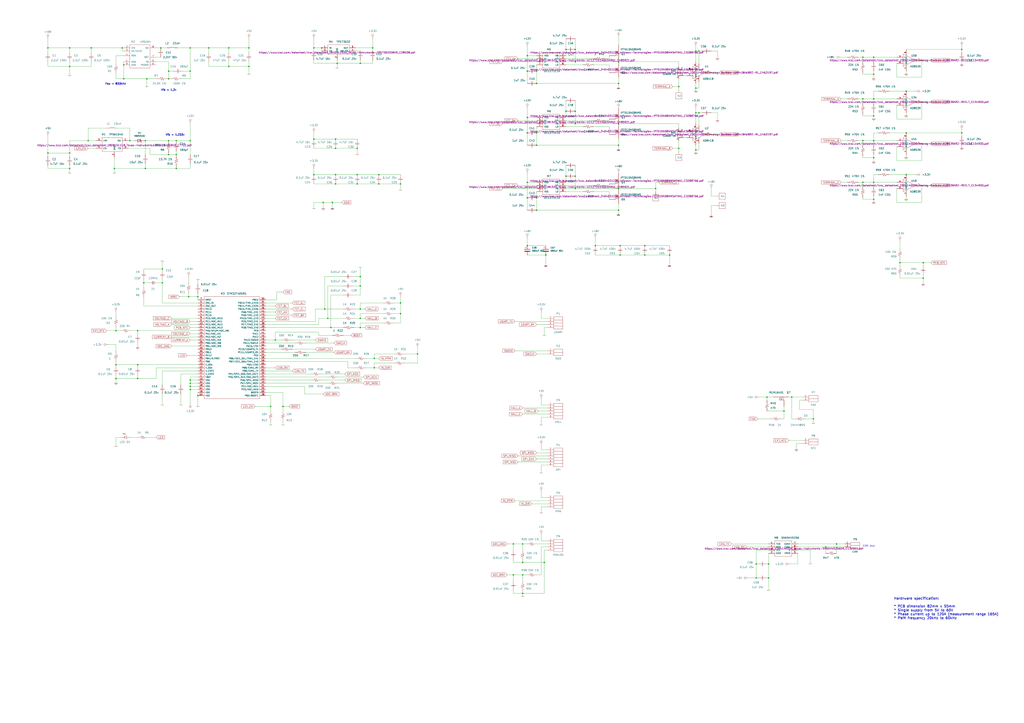
<source format=kicad_sch>
(kicad_sch (version 20231120) (generator "eeschema") (generator_version "8.0")
  (paper "A1")
  (junction (at 295.91 254))
  (junction (at 717.55 129.54))
  (junction (at 138.43 115.57))
  (junction (at 429.26 472.44))
  (junction (at 295.91 234.95))
  (junction (at 257.81 39.37))
  (junction (at 57.15 54.61))
  (junction (at 756.92 49.53))
  (junction (at 293.37 143.51))
  (junction (at 113.03 299.72))
  (junction (at 265.43 166.37))
  (junction (at 464.82 40.64))
  (junction (at 429.26 487.68))
  (junction (at 273.05 166.37))
  (junction (at 549.91 209.55))
  (junction (at 57.15 125.73))
  (junction (at 307.34 294.64))
  (junction (at 529.59 201.93))
  (junction (at 433.07 58.42))
  (junction (at 328.93 257.81))
  (junction (at 717.55 46.99))
  (junction (at 557.53 121.92))
  (junction (at 448.31 209.55))
  (junction (at 440.69 68.58))
  (junction (at 433.07 201.93))
  (junction (at 668.02 344.17))
  (junction (at 509.27 201.93))
  (junction (at 464.82 144.78))
  (junction (at 306.07 39.37))
  (junction (at 557.53 71.12))
  (junction (at 488.95 201.93))
  (junction (at 621.03 463.55))
  (junction (at 421.64 472.44))
  (junction (at 101.6 64.77))
  (junction (at 421.64 447.04))
  (junction (at 571.5 72.39))
  (junction (at 574.04 92.71))
  (junction (at 429.26 447.04))
  (junction (at 433.07 109.22))
  (junction (at 631.19 463.55))
  (junction (at 311.15 143.51))
  (junction (at 631.19 474.98))
  (junction (at 39.37 125.73))
  (junction (at 119.38 138.43))
  (junction (at 744.22 143.51))
  (junction (at 106.68 115.57))
  (junction (at 266.7 254))
  (junction (at 257.81 143.51))
  (junction (at 472.44 91.44))
  (junction (at 440.69 109.22))
  (junction (at 311.15 151.13))
  (junction (at 571.5 123.19))
  (junction (at 440.69 119.38))
  (junction (at 574.04 41.91))
  (junction (at 472.44 101.6))
  (junction (at 508 50.8))
  (junction (at 447.04 462.28))
  (junction (at 433.07 162.56))
  (junction (at 257.81 114.3))
  (junction (at 156.21 317.5))
  (junction (at 571.5 92.71))
  (junction (at 717.55 163.83))
  (junction (at 433.07 45.72))
  (junction (at 429.26 462.28))
  (junction (at 57.15 39.37))
  (junction (at 433.07 96.52))
  (junction (at 156.21 320.04))
  (junction (at 538.48 154.94))
  (junction (at 171.45 39.37))
  (junction (at 440.69 58.42))
  (junction (at 758.19 228.6))
  (junction (at 440.69 162.56))
  (junction (at 222.25 334.01))
  (junction (at 717.55 115.57))
  (junction (at 621.03 474.98))
  (junction (at 113.03 271.78))
  (junction (at 472.44 154.94))
  (junction (at 113.03 311.15))
  (junction (at 629.92 326.39))
  (junction (at 756.92 118.11))
  (junction (at 717.55 95.25))
  (junction (at 100.33 39.37))
  (junction (at 529.59 209.55))
  (junction (at 156.21 115.57))
  (junction (at 678.18 449.58))
  (junction (at 293.37 151.13))
  (junction (at 132.08 39.37))
  (junction (at 187.96 54.61))
  (junction (at 187.96 39.37))
  (junction (at 156.21 312.42))
  (junction (at 708.66 46.99))
  (junction (at 295.91 261.62))
  (junction (at 93.98 138.43))
  (junction (at 120.65 64.77))
  (junction (at 295.91 52.07))
  (junction (at 204.47 39.37))
  (junction (at 275.59 151.13))
  (junction (at 708.66 81.28))
  (junction (at 133.35 232.41))
  (junction (at 744.22 109.22))
  (junction (at 472.44 50.8))
  (junction (at 154.94 243.84))
  (junction (at 119.38 115.57))
  (junction (at 433.07 149.86))
  (junction (at 509.27 209.55))
  (junction (at 687.07 447.04))
  (junction (at 328.93 248.92))
  (junction (at 472.44 144.78))
  (junction (at 508 119.38))
  (junction (at 275.59 114.3))
  (junction (at 162.56 243.84))
  (junction (at 275.59 143.51))
  (junction (at 643.89 337.82))
  (junction (at 156.21 314.96))
  (junction (at 118.11 232.41))
  (junction (at 650.24 326.39))
  (junction (at 156.21 58.42))
  (junction (at 144.78 115.57))
  (junction (at 95.25 299.72))
  (junction (at 138.43 127))
  (junction (at 276.86 52.07))
  (junction (at 508 101.6))
  (junction (at 508 68.58))
  (junction (at 144.78 138.43))
  (junction (at 95.25 271.78))
  (junction (at 508 154.94))
  (junction (at 708.66 149.86))
  (junction (at 571.5 41.91))
  (junction (at 739.14 215.9))
  (junction (at 271.78 269.24))
  (junction (at 95.25 311.15))
  (junction (at 133.35 220.98))
  (junction (at 101.6 53.34))
  (junction (at 464.82 91.44))
  (junction (at 204.47 54.61))
  (junction (at 708.66 115.57))
  (junction (at 472.44 40.64))
  (junction (at 717.55 81.28))
  (junction (at 39.37 39.37))
  (junction (at 269.24 261.62))
  (junction (at 57.15 138.43))
  (junction (at 342.9 290.83))
  (junction (at 295.91 227.33))
  (junction (at 440.69 172.72))
  (junction (at 328.93 151.13))
  (junction (at 756.92 152.4))
  (junction (at 307.34 302.26))
  (junction (at 162.56 325.12))
  (junction (at 226.06 279.4))
  (junction (at 508 172.72))
  (junction (at 264.16 39.37))
  (junction (at 138.43 64.77))
  (junction (at 74.93 39.37))
  (junction (at 156.21 39.37))
  (junction (at 138.43 58.42))
  (junction (at 789.94 109.22))
  (junction (at 789.94 40.64))
  (junction (at 144.78 127))
  (junction (at 295.91 269.24))
  (junction (at 275.59 121.92))
  (junction (at 756.92 83.82))
  (junction (at 717.55 149.86))
  (junction (at 717.55 60.96))
  (junction (at 293.37 121.92))
  (junction (at 232.41 334.01))
  (junction (at 744.22 74.93))
  (junction (at 758.19 215.9))
  (junction (at 72.39 115.57))
  (wire (pts (xy 113.03 311.15) (xy 128.27 311.15)))
  (wire (pts (xy 95.25 260.35) (xy 95.25 256.54)))
  (wire (pts (xy 295.91 227.33) (xy 295.91 219.71)))
  (wire (pts (xy 95.25 359.41) (xy 95.25 367.03)))
  (wire (pts (xy 154.94 232.41) (xy 154.94 227.33)))
  (wire (pts (xy 218.44 246.38) (xy 227.33 246.38)))
  (wire (pts (xy 447.04 452.12) (xy 447.04 462.28)))
  (wire (pts (xy 218.44 287.02) (xy 231.14 287.02)))
  (wire (pts (xy 433.07 142.24) (xy 433.07 149.86)))
  (wire (pts (xy 647.7 326.39) (xy 650.24 326.39)))
  (wire (pts (xy 744.22 60.96) (xy 744.22 58.42)))
  (wire (pts (xy 137.16 64.77) (xy 138.43 64.77)))
  (wire (pts (xy 106.68 115.57) (xy 110.49 115.57)))
  (wire (pts (xy 571.5 88.9) (xy 571.5 92.71)))
  (wire (pts (xy 187.96 54.61) (xy 204.47 54.61)))
  (wire (pts (xy 500.38 157.48) (xy 500.38 163.83)))
  (wire (pts (xy 508 167.64) (xy 508 172.72)))
  (wire (pts (xy 156.21 39.37) (xy 156.21 58.42)))
  (wire (pts (xy 429.26 487.68) (xy 429.26 490.22)))
  (wire (pts (xy 144.78 124.46) (xy 144.78 127)))
  (wire (pts (xy 323.85 265.43) (xy 328.93 265.43)))
  (wire (pts (xy 342.9 290.83) (xy 332.74 290.83)))
  (wire (pts (xy 95.25 288.29) (xy 95.25 283.21)))
  (wire (pts (xy 444.5 332.74) (xy 444.5 327.66)))
  (wire (pts (xy 708.66 115.57) (xy 708.66 119.38)))
  (wire (pts (xy 552.45 71.12) (xy 557.53 71.12)))
  (wire (pts (xy 574.04 67.31) (xy 574.04 72.39)))
  (wire (pts (xy 721.36 109.22) (xy 717.55 109.22)))
  (wire (pts (xy 113.03 299.72) (xy 113.03 300.99)))
  (wire (pts (xy 162.56 233.68) (xy 162.56 229.87)))
  (wire (pts (xy 695.96 81.28) (xy 690.88 81.28)))
  (wire (pts (xy 472.44 50.8) (xy 508 50.8)))
  (wire (pts (xy 654.05 369.57) (xy 654.05 364.49)))
  (wire (pts (xy 449.58 266.7) (xy 440.69 266.7)))
  (wire (pts (xy 574.04 41.91) (xy 576.58 41.91)))
  (wire (pts (xy 678.18 449.58) (xy 693.42 449.58)))
  (wire (pts (xy 257.81 151.13) (xy 275.59 151.13)))
  (wire (pts (xy 464.82 91.44) (xy 464.82 96.52)))
  (wire (pts (xy 156.21 312.42) (xy 156.21 314.96)))
  (wire (pts (xy 266.7 254) (xy 266.7 227.33)))
  (wire (pts (xy 659.13 361.95) (xy 647.7 361.95)))
  (wire (pts (xy 232.41 349.25) (xy 232.41 346.71)))
  (wire (pts (xy 756.92 118.11) (xy 764.54 118.11)))
  (wire (pts (xy 257.81 114.3) (xy 275.59 114.3)))
  (wire (pts (xy 74.93 39.37) (xy 74.93 43.18)))
  (wire (pts (xy 261.62 261.62) (xy 261.62 266.7)))
  (wire (pts (xy 449.58 444.5) (xy 444.5 444.5)))
  (wire (pts (xy 105.41 115.57) (xy 106.68 115.57)))
  (wire (pts (xy 730.25 74.93) (xy 744.22 74.93)))
  (wire (pts (xy 478.79 53.34) (xy 464.82 53.34)))
  (wire (pts (xy 100.33 41.91) (xy 100.33 39.37)))
  (wire (pts (xy 704.85 115.57) (xy 708.66 115.57)))
  (wire (pts (xy 449.58 416.56) (xy 444.5 416.56)))
  (wire (pts (xy 162.56 276.86) (xy 140.97 276.86)))
  (wire (pts (xy 138.43 116.84) (xy 138.43 115.57)))
  (wire (pts (xy 162.56 269.24) (xy 156.21 269.24)))
  (wire (pts (xy 95.25 299.72) (xy 95.25 300.99)))
  (wire (pts (xy 717.55 161.29) (xy 717.55 163.83)))
  (wire (pts (xy 162.56 243.84) (xy 162.56 246.38)))
  (wire (pts (xy 240.03 248.92) (xy 218.44 248.92)))
  (wire (pts (xy 269.24 314.96) (xy 218.44 314.96)))
  (wire (pts (xy 708.66 46.99) (xy 717.55 46.99)))
  (wire (pts (xy 429.26 340.36) (xy 449.58 340.36)))
  (wire (pts (xy 156.21 58.42) (xy 156.21 64.77)))
  (wire (pts (xy 508 68.58) (xy 508 72.39)))
  (wire (pts (xy 72.39 121.92) (xy 78.74 121.92)))
  (wire (pts (xy 440.69 53.34) (xy 440.69 58.42)))
  (wire (pts (xy 449.58 342.9) (xy 444.5 342.9)))
  (wire (pts (xy 449.58 414.02) (xy 436.88 414.02)))
  (wire (pts (xy 464.82 50.8) (xy 472.44 50.8)))
  (wire (pts (xy 118.11 229.87) (xy 118.11 232.41)))
  (wire (pts (xy 290.83 254) (xy 295.91 254)))
  (wire (pts (xy 472.44 154.94) (xy 508 154.94)))
  (wire (pts (xy 323.85 290.83) (xy 307.34 290.83)))
  (wire (pts (xy 758.19 228.6) (xy 758.19 233.68)))
  (wire (pts (xy 162.56 274.32) (xy 156.21 274.32)))
  (wire (pts (xy 440.69 45.72) (xy 433.07 45.72)))
  (wire (pts (xy 500.38 48.26) (xy 496.57 48.26)))
  (wire (pts (xy 529.59 209.55) (xy 549.91 209.55)))
  (wire (pts (xy 571.5 41.91) (xy 574.04 41.91)))
  (wire (pts (xy 708.66 59.69) (xy 708.66 60.96)))
  (wire (pts (xy 690.88 46.99) (xy 695.96 46.99)))
  (wire (pts (xy 261.62 273.05) (xy 261.62 275.59)))
  (wire (pts (xy 717.55 115.57) (xy 717.55 119.38)))
  (wire (pts (xy 425.45 374.65) (xy 449.58 374.65)))
  (wire (pts (xy 264.16 307.34) (xy 283.21 307.34)))
  (wire (pts (xy 668.02 336.55) (xy 656.59 336.55)))
  (wire (pts (xy 39.37 138.43) (xy 57.15 138.43)))
  (wire (pts (xy 39.37 50.8) (xy 39.37 54.61)))
  (wire (pts (xy 464.82 40.64) (xy 464.82 45.72)))
  (wire (pts (xy 265.43 166.37) (xy 273.05 166.37)))
  (wire (pts (xy 736.6 97.79) (xy 756.92 97.79)))
  (wire (pts (xy 574.04 102.87) (xy 574.04 92.71)))
  (wire (pts (xy 584.2 59.69) (xy 590.55 59.69)))
  (wire (pts (xy 687.07 447.04) (xy 687.07 454.66)))
  (wire (pts (xy 101.6 45.72) (xy 95.25 45.72)))
  (wire (pts (xy 449.58 411.48) (xy 422.91 411.48)))
  (wire (pts (xy 222.25 346.71) (xy 222.25 349.25)))
  (wire (pts (xy 100.33 39.37) (xy 101.6 39.37)))
  (wire (pts (xy 557.53 115.57) (xy 557.53 121.92)))
  (wire (pts (xy 730.25 109.22) (xy 744.22 109.22)))
  (wire (pts (xy 721.36 74.93) (xy 717.55 74.93)))
  (wire (pts (xy 295.91 257.81) (xy 314.96 257.81)))
  (wire (pts (xy 584.2 168.91) (xy 584.2 177.8)))
  (wire (pts (xy 695.96 115.57) (xy 690.88 115.57)))
  (wire (pts (xy 500.38 48.26) (xy 500.38 45.72)))
  (wire (pts (xy 571.5 119.38) (xy 571.5 123.19)))
  (wire (pts (xy 264.16 39.37) (xy 264.16 41.91)))
  (wire (pts (xy 472.44 135.89) (xy 472.44 144.78)))
  (wire (pts (xy 57.15 50.8) (xy 57.15 54.61)))
  (wire (pts (xy 128.27 302.26) (xy 162.56 302.26)))
  (wire (pts (xy 154.94 243.84) (xy 154.94 241.3)))
  (wire (pts (xy 736.6 86.36) (xy 736.6 97.79)))
  (wire (pts (xy 156.21 101.6) (xy 156.21 115.57)))
  (wire (pts (xy 39.37 125.73) (xy 39.37 128.27)))
  (wire (pts (xy 429.26 447.04) (xy 431.8 447.04)))
  (wire (pts (xy 106.68 105.41) (xy 106.68 115.57)))
  (wire (pts (xy 295.91 242.57) (xy 295.91 234.95)))
  (wire (pts (xy 440.69 447.04) (xy 449.58 447.04)))
  (wire (pts (xy 120.65 64.77) (xy 128.27 64.77)))
  (wire (pts (xy 444.5 444.5) (xy 444.5 439.42)))
  (wire (pts (xy 307.34 290.83) (xy 307.34 294.64)))
  (wire (pts (xy 464.82 135.89) (xy 464.82 144.78)))
  (wire (pts (xy 561.34 57.15) (xy 563.88 57.15)))
  (wire (pts (xy 440.69 104.14) (xy 440.69 109.22)))
  (wire (pts (xy 739.14 215.9) (xy 758.19 215.9)))
  (wire (pts (xy 204.47 39.37) (xy 204.47 43.18)))
  (wire (pts (xy 113.03 281.94) (xy 113.03 285.75)))
  (wire (pts (xy 552.45 121.92) (xy 557.53 121.92)))
  (wire (pts (xy 101.6 53.34) (xy 101.6 64.77)))
  (wire (pts (xy 95.25 64.77) (xy 101.6 64.77)))
  (wire (pts (xy 500.38 152.4) (xy 500.38 151.13)))
  (wire (pts (xy 138.43 115.57) (xy 144.78 115.57)))
  (wire (pts (xy 275.59 143.51) (xy 293.37 143.51)))
  (wire (pts (xy 736.6 132.08) (xy 756.92 132.08)))
  (wire (pts (xy 295.91 52.07) (xy 306.07 52.07)))
  (wire (pts (xy 449.58 372.11) (xy 440.69 372.11)))
  (wire (pts (xy 574.04 72.39) (xy 571.5 72.39)))
  (wire (pts (xy 276.86 52.07) (xy 295.91 52.07)))
  (wire (pts (xy 433.07 96.52) (xy 433.07 109.22)))
  (wire (pts (xy 133.35 304.8) (xy 162.56 304.8)))
  (wire (pts (xy 421.64 472.44) (xy 429.26 472.44)))
  (wire (pts (xy 289.56 234.95) (xy 295.91 234.95)))
  (wire (pts (xy 652.78 344.17) (xy 650.24 344.17)))
  (wire (pts (xy 119.38 138.43) (xy 144.78 138.43)))
  (wire (pts (xy 708.66 60.96) (xy 717.55 60.96)))
  (wire (pts (xy 240.03 259.08) (xy 218.44 259.08)))
  (wire (pts (xy 273.05 166.37) (xy 273.05 171.45)))
  (wire (pts (xy 138.43 64.77) (xy 139.7 64.77)))
  (wire (pts (xy 295.91 248.92) (xy 314.96 248.92)))
  (wire (pts (xy 421.64 447.04) (xy 429.26 447.04)))
  (wire (pts (xy 643.89 334.01) (xy 643.89 337.82)))
  (wire (pts (xy 39.37 54.61) (xy 57.15 54.61)))
  (wire (pts (xy 487.68 104.14) (xy 500.38 104.14)))
  (wire (pts (xy 306.07 39.37) (xy 306.07 41.91)))
  (wire (pts (xy 218.44 279.4) (xy 226.06 279.4)))
  (wire (pts (xy 93.98 129.54) (xy 93.98 138.43)))
  (wire (pts (xy 295.91 254) (xy 295.91 248.92)))
  (wire (pts (xy 261.62 261.62) (xy 269.24 261.62)))
  (wire (pts (xy 118.11 251.46) (xy 162.56 251.46)))
  (wire (pts (xy 655.32 452.12) (xy 665.48 452.12)))
  (wire (pts (xy 259.08 264.16) (xy 259.08 254)))
  (wire (pts (xy 307.34 302.26) (xy 300.99 302.26)))
  (wire (pts (xy 289.56 227.33) (xy 295.91 227.33)))
  (wire (pts (xy 154.94 243.84) (xy 162.56 243.84)))
  (wire (pts (xy 323.85 257.81) (xy 328.93 257.81)))
  (wire (pts (xy 508 119.38) (xy 508 123.19)))
  (wire (pts (xy 57.15 54.61) (xy 57.15 62.23)))
  (wire (pts (xy 789.94 40.64) (xy 744.22 40.64)))
  (wire (pts (xy 275.59 151.13) (xy 293.37 151.13)))
  (wire (pts (xy 269.24 261.62) (xy 281.94 261.62)))
  (wire (pts (xy 574.04 52.07) (xy 574.04 41.91)))
  (wire (pts (xy 257.81 52.07) (xy 276.86 52.07)))
  (wire (pts (xy 307.34 298.45) (xy 307.34 302.26)))
  (wire (pts (xy 140.97 284.48) (xy 162.56 284.48)))
  (wire (pts (xy 148.59 332.74) (xy 148.59 323.85)))
  (wire (pts (xy 425.45 379.73) (xy 449.58 379.73)))
  (wire (pts (xy 295.91 234.95) (xy 295.91 227.33)))
  (wire (pts (xy 464.82 104.14) (xy 478.79 104.14)))
  (wire (pts (xy 500.38 152.4) (xy 496.57 152.4)))
  (wire (pts (xy 613.41 449.58) (xy 631.19 449.58)))
  (wire (pts (xy 629.92 328.93) (xy 629.92 326.39)))
  (wire (pts (xy 631.19 447.04) (xy 600.71 447.04)))
  (wire (pts (xy 441.96 337.82) (xy 449.58 337.82)))
  (wire (pts (xy 541.02 149.86) (xy 538.48 149.86)))
  (wire (pts (xy 708.66 81.28) (xy 708.66 85.09)))
  (wire (pts (xy 118.11 245.11) (xy 118.11 251.46)))
  (wire (pts (xy 721.36 143.51) (xy 717.55 143.51)))
  (wire (pts (xy 433.07 109.22) (xy 433.07 119.38)))
  (wire (pts (xy 668.02 344.17) (xy 668.02 347.98)))
  (wire (pts (xy 708.66 163.83) (xy 717.55 163.83)))
  (wire (pts (xy 342.9 290.83) (xy 342.9 298.45)))
  (wire (pts (xy 342.9 298.45) (xy 332.74 298.45)))
  (wire (pts (xy 488.95 209.55) (xy 509.27 209.55)))
  (wire (pts (xy 708.66 93.98) (xy 708.66 95.25)))
  (wire (pts (xy 717.55 46.99) (xy 736.6 46.99)))
  (wire (pts (xy 464.82 31.75) (xy 464.82 40.64)))
  (wire (pts (xy 717.55 149.86) (xy 717.55 153.67)))
  (wire (pts (xy 621.03 463.55) (xy 621.03 474.98)))
  (wire (pts (xy 74.93 39.37) (xy 100.33 39.37)))
  (wire (pts (xy 39.37 39.37) (xy 57.15 39.37)))
  (wire (pts (xy 629.92 337.82) (xy 643.89 337.82)))
  (wire (pts (xy 440.69 50.8) (xy 412.75 50.8)))
  (wire (pts (xy 133.35 248.92) (xy 162.56 248.92)))
  (wire (pts (xy 295.91 41.91) (xy 292.1 41.91)))
  (wire (pts (xy 146.05 39.37) (xy 156.21 39.37)))
  (wire (pts (xy 227.33 246.38) (xy 227.33 240.03)))
  (wire (pts (xy 257.81 49.53) (xy 257.81 52.07)))
  (wire (pts (xy 156.21 39.37) (xy 171.45 39.37)))
  (wire (pts (xy 717.55 109.22) (xy 717.55 115.57)))
  (wire (pts (xy 736.6 166.37) (xy 756.92 166.37)))
  (wire (pts (xy 232.41 334.01) (xy 232.41 337.82)))
  (wire (pts (xy 571.5 68.58) (xy 571.5 72.39)))
  (wire (pts (xy 433.07 38.1) (xy 433.07 45.72)))
  (wire (pts (xy 739.14 228.6) (xy 758.19 228.6)))
  (wire (pts (xy 643.89 337.82) (xy 643.89 344.17)))
  (wire (pts (xy 138.43 58.42) (xy 138.43 64.77)))
  (wire (pts (xy 269.24 309.88) (xy 218.44 309.88)))
  (wire (pts (xy 500.38 157.48) (xy 487.68 157.48)))
  (wire (pts (xy 444.5 408.94) (xy 444.5 403.86)))
  (wire (pts (xy 708.66 95.25) (xy 717.55 95.25)))
  (wire (pts (xy 557.53 50.8) (xy 557.53 54.61)))
  (wire (pts (xy 449.58 269.24) (xy 447.04 269.24)))
  (wire (pts (xy 285.75 302.26) (xy 285.75 297.18)))
  (wire (pts (xy 218.44 317.5) (xy 250.19 317.5)))
  (wire (pts (xy 557.53 121.92) (xy 557.53 124.46)))
  (wire (pts (xy 148.59 307.34) (xy 162.56 307.34)))
  (wire (pts (xy 433.07 88.9) (xy 433.07 96.52)))
  (wire (pts (xy 74.93 54.61) (xy 74.93 50.8)))
  (wire (pts (xy 133.35 229.87) (xy 133.35 232.41)))
  (wire (pts (xy 508 114.3) (xy 508 119.38)))
  (wire (pts (xy 218.44 304.8) (xy 240.03 304.8)))
  (wire (pts (xy 156.21 309.88) (xy 156.21 312.42)))
  (wire (pts (xy 138.43 127) (xy 144.78 127)))
  (wire (pts (xy 276.86 49.53) (xy 276.86 52.07)))
  (wire (pts (xy 717.55 129.54) (xy 717.55 133.35)))
  (wire (pts (xy 571.5 123.19) (xy 571.5 125.73)))
  (wire (pts (xy 449.58 369.57) (xy 444.5 369.57)))
  (wire (pts (xy 259.08 254) (xy 266.7 254)))
  (wire (pts (xy 508 172.72) (xy 508 176.53)))
  (wire (pts (xy 447.04 269.24) (xy 447.04 275.59)))
  (wire (pts (xy 708.66 81.28) (xy 717.55 81.28)))
  (wire (pts (xy 156.21 314.96) (xy 156.21 317.5)))
  (wire (pts (xy 218.44 256.54) (xy 226.06 256.54)))
  (wire (pts (xy 561.34 107.95) (xy 563.88 107.95)))
  (wire (pts (xy 328.93 151.13) (xy 328.93 156.21)))
  (wire (pts (xy 584.2 41.91) (xy 589.28 41.91)))
  (wire (pts (xy 171.45 39.37) (xy 187.96 39.37)))
  (wire (pts (xy 655.32 449.58) (xy 678.18 449.58)))
  (wire (pts (xy 614.68 474.98) (xy 621.03 474.98)))
  (wire (pts (xy 447.04 452.12) (xy 449.58 452.12)))
  (wire (pts (xy 227.33 240.03) (xy 232.41 240.03)))
  (wire (pts (xy 584.2 92.71) (xy 589.28 92.71)))
  (wire (pts (xy 509.27 201.93) (xy 529.59 201.93)))
  (wire (pts (xy 133.35 316.23) (xy 133.35 304.8)))
  (wire (pts (xy 717.55 81.28) (xy 717.55 85.09)))
  (wire (pts (xy 421.64 452.12) (xy 421.64 447.04)))
  (wire (pts (xy 708.66 128.27) (xy 708.66 129.54)))
  (wire (pts (xy 509.27 209.55) (xy 529.59 209.55)))
  (wire (pts (xy 271.78 242.57) (xy 271.78 269.24)))
  (wire (pts (xy 584.2 168.91) (xy 588.01 168.91)))
  (wire (pts (xy 162.56 309.88) (xy 156.21 309.88)))
  (wire (pts (xy 295.91 265.43) (xy 314.96 265.43)))
  (wire (pts (xy 449.58 290.83) (xy 440.69 290.83)))
  (wire (pts (xy 95.25 45.72) (xy 95.25 52.07)))
  (wire (pts (xy 218.44 297.18) (xy 285.75 297.18)))
  (wire (pts (xy 323.85 248.92) (xy 328.93 248.92)))
  (wire (pts (xy 561.34 113.03) (xy 563.88 113.03)))
  (wire (pts (xy 464.82 99.06) (xy 487.68 99.06)))
  (wire (pts (xy 449.58 449.58) (xy 444.5 449.58)))
  (wire (pts (xy 281.94 275.59) (xy 288.29 275.59)))
  (wire (pts (xy 162.56 325.12) (xy 162.56 334.01)))
  (wire (pts (xy 295.91 52.07) (xy 295.91 49.53)))
  (wire (pts (xy 744.22 143.51) (xy 751.84 143.51)))
  (wire (pts (xy 113.03 299.72) (xy 162.56 299.72)))
  (wire (pts (xy 708.66 162.56) (xy 708.66 163.83)))
  (wire (pts (xy 488.95 201.93) (xy 509.27 201.93)))
  (wire (pts (xy 508 154.94) (xy 538.48 154.94)))
  (wire (pts (xy 271.78 242.57) (xy 281.94 242.57)))
  (wire (pts (xy 631.19 474.98) (xy 629.92 474.98)))
  (wire (pts (xy 421.64 487.68) (xy 421.64 485.14)))
  (wire (pts (xy 717.55 115.57) (xy 736.6 115.57)))
  (wire (pts (xy 717.55 143.51) (xy 717.55 149.86)))
  (wire (pts (xy 744.22 109.22) (xy 789.94 109.22)))
  (wire (pts (xy 218.44 289.56) (xy 242.57 289.56)))
  (wire (pts (xy 132.08 39.37) (xy 137.16 39.37)))
  (wire (pts (xy 144.78 115.57) (xy 156.21 115.57)))
  (wire (pts (xy 101.6 64.77) (xy 120.65 64.77)))
  (wire (pts (xy 72.39 105.41) (xy 72.39 115.57)))
  (wire (pts (xy 328.93 265.43) (xy 328.93 257.81)))
  (wire (pts (xy 464.82 154.94) (xy 472.44 154.94)))
  (wire (pts (xy 444.5 369.57) (xy 444.5 365.76)))
  (wire (pts (xy 449.58 377.19) (xy 440.69 377.19)))
  (wire (pts (xy 538.48 154.94) (xy 538.48 157.48)))
  (wire (pts (xy 39.37 31.75) (xy 39.37 39.37)))
  (wire (pts (xy 472.44 31.75) (xy 472.44 40.64)))
  (wire (pts (xy 218.44 322.58) (xy 232.41 322.58)))
  (wire (pts (xy 187.96 39.37) (xy 204.47 39.37)))
  (wire (pts (xy 39.37 39.37) (xy 39.37 43.18)))
  (wire (pts (xy 500.38 99.06) (xy 500.38 97.79)))
  (wire (pts (xy 444.5 382.27) (xy 444.5 388.62)))
  (wire (pts (xy 449.58 264.16) (xy 422.91 264.16)))
  (wire (pts (xy 265.43 166.37) (xy 265.43 171.45)))
  (wire (pts (xy 643.89 344.17) (xy 641.35 344.17)))
  (wire (pts (xy 622.3 463.55) (xy 621.03 463.55)))
  (wire (pts (xy 123.19 121.92) (xy 123.19 127)))
  (wire (pts (xy 472.44 40.64) (xy 472.44 50.8)))
  (wire (pts (xy 295.91 269.24) (xy 295.91 265.43)))
  (wire (pts (xy 429.26 487.68) (xy 421.64 487.68)))
  (wire (pts (xy 444.5 256.54) (xy 444.5 261.62)))
  (wire (pts (xy 95.25 308.61) (xy 95.25 311.15)))
  (wire (pts (xy 448.31 209.55) (xy 448.31 218.44)))
  (wire (pts (xy 549.91 209.55) (xy 549.91 218.44)))
  (wire (pts (xy 144.78 127) (xy 144.78 128.27)))
  (wire (pts (xy 449.58 408.94) (xy 444.5 408.94)))
  (wire (pts (xy 655.32 447.04) (xy 687.07 447.04)))
  (wire (pts (xy 57.15 135.89) (xy 57.15 138.43)))
  (wire (pts (xy 307.34 294.64) (xy 311.15 294.64)))
  (wire (pts (xy 162.56 241.3) (xy 162.56 243.84)))
  (wire (pts (xy 39.37 111.76) (xy 39.37 125.73)))
  (wire (pts (xy 584.2 154.94) (xy 584.2 161.29)))
  (wire (pts (xy 472.44 101.6) (xy 508 101.6)))
  (wire (pts (xy 251.46 281.94) (xy 274.32 281.94)))
  (wire (pts (xy 273.05 166.37) (xy 280.67 166.37)))
  (wire (pts (xy 472.44 91.44) (xy 472.44 101.6)))
  (wire (pts (xy 756.92 152.4) (xy 764.54 152.4)))
  (wire (pts (xy 257.81 138.43) (xy 257.81 143.51)))
  (wire (pts (xy 429.26 472.44) (xy 431.8 472.44)))
  (wire (pts (xy 276.86 52.07) (xy 276.86 55.88)))
  (wire (pts (xy 429.26 452.12) (xy 429.26 447.04)))
  (wire (pts (xy 449.58 382.27) (xy 444.5 382.27)))
  (wire (pts (xy 87.63 271.78) (xy 95.25 271.78)))
  (wire (pts (xy 717.55 95.25) (xy 717.55 97.79)))
  (wire (pts (xy 264.16 312.42) (xy 283.21 312.42)))
  (wire (pts (xy 153.67 292.1) (xy 162.56 292.1)))
  (wire (pts (xy 271.78 269.24) (xy 281.94 269.24)))
  (wire (pts (xy 140.97 266.7) (xy 162.56 266.7)))
  (wire (pts (xy 105.41 121.92) (xy 123.19 121.92)))
  (wire (pts (xy 57.15 115.57) (xy 72.39 115.57)))
  (wire (pts (xy 433.07 149.86) (xy 433.07 162.56)))
  (wire (pts (xy 508 30.48) (xy 508 36.83)))
  (wire (pts (xy 678.18 449.58) (xy 678.18 454.66)))
  (wire (pts (xy 704.85 46.99) (xy 708.66 46.99)))
  (wire (pts (xy 118.11 222.25) (xy 118.11 220.98)))
  (wire (pts (xy 148.59 64.77) (xy 156.21 64.77)))
  (wire (pts (xy 311.15 151.13) (xy 328.93 151.13)))
  (wire (pts (xy 789.94 38.1) (xy 789.94 40.64)))
  (wire (pts (xy 240.03 254) (xy 218.44 254)))
  (wire (pts (xy 717.55 74.93) (xy 717.55 81.28)))
  (wire (pts (xy 590.55 110.49) (xy 584.2 110.49)))
  (wire (pts (xy 93.98 138.43) (xy 93.98 142.24)))
  (wire (pts (xy 744.22 161.29) (xy 744.22 163.83)))
  (wire (pts (xy 95.25 311.15) (xy 113.03 311.15)))
  (wire (pts (xy 571.5 92.71) (xy 571.5 101.6)))
  (wire (pts (xy 289.56 242.57) (xy 295.91 242.57)))
  (wire (pts (xy 571.5 92.71) (xy 574.04 92.71)))
  (wire (pts (xy 298.45 309.88) (xy 278.13 309.88)))
  (wire (pts (xy 148.59 316.23) (xy 148.59 307.34)))
  (wire (pts (xy 557.53 64.77) (xy 557.53 71.12)))
  (wire (pts (xy 269.24 234.95) (xy 281.94 234.95)))
  (wire (pts (xy 101.6 41.91) (xy 100.33 41.91)))
  (wire (pts (xy 226.06 279.4) (xy 226.06 273.05)))
  (wire (pts (xy 629.92 463.55) (xy 631.19 463.55)))
  (wire (pts (xy 295.91 254) (xy 299.72 254)))
  (wire (pts (xy 574.04 123.19) (xy 571.5 123.19)))
  (wire (pts (xy 416.56 447.04) (xy 421.64 447.04)))
  (wire (pts (xy 730.25 143.51) (xy 744.22 143.51)))
  (wire (pts (xy 222.25 325.12) (xy 222.25 334.01)))
  (wire (pts (xy 744.22 129.54) (xy 744.22 127)))
  (wire (pts (xy 789.94 121.92) (xy 789.94 119.38)))
  (wire (pts (xy 557.53 71.12) (xy 557.53 73.66)))
  (wire (pts (xy 574.04 118.11) (xy 574.04 123.19)))
  (wire (pts (xy 631.19 474.98) (xy 631.19 485.14)))
  (wire (pts (xy 121.92 232.41) (xy 118.11 232.41)))
  (wire (pts (xy 429.26 477.52) (xy 429.26 472.44)))
  (wire (pts (xy 149.86 58.42) (xy 156.21 58.42)))
  (wire (pts (xy 156.21 320.04) (xy 156.21 331.47)))
  (wire (pts (xy 240.03 279.4) (xy 259.08 279.4)))
  (wire (pts (xy 440.69 119.38) (xy 508 119.38)))
  (wire (pts (xy 275.59 121.92) (xy 293.37 121.92)))
  (wire (pts (xy 421.64 459.74) (xy 421.64 462.28)))
  (wire (pts (xy 266.7 227.33) (xy 281.94 227.33)))
  (wire (pts (xy 133.35 214.63) (xy 133.35 220.98)))
  (wire (pts (xy 95.25 60.96) (xy 95.25 64.77)))
  (wire (pts (xy 631.19 463.55) (xy 631.19 474.98)))
  (wire (pts (xy 39.37 135.89) (xy 39.37 138.43)))
  (wire (pts (xy 440.69 152.4) (xy 425.45 152.4)))
  (wire (pts (xy 444.5 449.58) (xy 444.5 472.44)))
  (wire (pts (xy 162.56 279.4) (xy 156.21 279.4)))
  (wire (pts (xy 257.81 166.37) (xy 257.81 171.45)))
  (wire (pts (xy 717.55 50.8) (xy 717.55 46.99)))
  (wire (pts (xy 57.15 125.73) (xy 39.37 125.73)))
  (wire (pts (xy 237.49 334.01) (xy 232.41 334.01)))
  (wire (pts (xy 128.27 39.37) (xy 132.08 39.37)))
  (wire (pts (xy 704.85 149.86) (xy 708.66 149.86)))
  (wire (pts (xy 704.85 81.28) (xy 708.66 81.28)))
  (wire (pts (xy 444.5 472.44) (xy 440.69 472.44)))
  (wire (pts (xy 429.26 335.28) (xy 449.58 335.28)))
  (wire (pts (xy 631.19 454.66) (xy 631.19 463.55)))
  (wire (pts (xy 687.07 447.04) (xy 693.42 447.04)))
  (wire (pts (xy 218.44 269.24) (xy 271.78 269.24)))
  (wire (pts (xy 464.82 157.48) (xy 478.79 157.48)))
  (wire (pts (xy 240.03 287.02) (xy 259.08 287.02)))
  (wire (pts (xy 739.14 213.36) (xy 739.14 215.9)))
  (wire (pts (xy 209.55 334.01) (xy 222.25 334.01)))
  (wire (pts (xy 508 101.6) (xy 557.53 101.6)))
  (wire (pts (xy 756.92 166.37) (xy 756.92 152.4)))
  (wire (pts (xy 717.55 92.71) (xy 717.55 95.25)))
  (wire (pts (xy 472.44 144.78) (xy 472.44 154.94)))
  (wire (pts (xy 295.91 269.24) (xy 299.72 269.24)))
  (wire (pts (xy 264.16 39.37) (xy 257.81 39.37)))
  (wire (pts (xy 656.59 328.93) (xy 659.13 328.93)))
  (wire (pts (xy 222.25 334.01) (xy 222.25 337.82)))
  (wire (pts (xy 119.38 127) (xy 119.38 115.57)))
  (wire (pts (xy 500.38 99.06) (xy 496.57 99.06)))
  (wire (pts (xy 464.82 152.4) (xy 487.68 152.4)))
  (wire (pts (xy 500.38 53.34) (xy 500.38 59.69)))
  (wire (pts (xy 744.22 92.71) (xy 744.22 95.25)))
  (wire (pts (xy 257.81 31.75) (xy 257.81 39.37)))
  (wire (pts (xy 447.04 462.28) (xy 447.04 487.68)))
  (wire (pts (xy 440.69 162.56) (xy 440.69 172.72)))
  (wire (pts (xy 717.55 60.96) (xy 717.55 64.77)))
  (wire (pts (xy 156.21 314.96) (xy 162.56 314.96)))
  (wire (pts (xy 449.58 261.62) (xy 444.5 261.62)))
  (wire (pts (xy 88.9 283.21) (xy 95.25 283.21)))
  (wire (pts (xy 736.6 120.65) (xy 736.6 132.08)))
  (wire (pts (xy 708.66 46.99) (xy 708.66 50.8)))
  (wire (pts (xy 571.5 72.39) (xy 571.5 74.93)))
  (wire (pts (xy 425.45 48.26) (xy 440.69 48.26)))
  (wire (pts (xy 156.21 317.5) (xy 162.56 317.5)))
  (wire (pts (xy 156.21 320.04) (xy 162.56 320.04)))
  (wire (pts (xy 95.25 299.72) (xy 113.03 299.72)))
  (wire (pts (xy 257.81 109.22) (xy 257.81 114.3)))
  (wire (pts (xy 574.04 92.71) (xy 576.58 92.71)))
  (wire (pts (xy 95.25 297.18) (xy 95.25 299.72)))
  (wire (pts (xy 275.59 114.3) (xy 293.37 114.3)))
  (wire (pts (xy 257.81 39.37) (xy 257.81 41.91)))
  (wire (pts (xy 589.28 41.91) (xy 589.28 48.26)))
  (wire (pts (xy 429.26 462.28) (xy 447.04 462.28)))
  (wire (pts (xy 307.34 298.45) (xy 323.85 298.45)))
  (wire (pts (xy 119.38 134.62) (xy 119.38 138.43)))
  (wire (pts (xy 118.11 220.98) (xy 133.35 220.98)))
  (wire (pts (xy 128.27 359.41) (xy 121.92 359.41)))
  (wire (pts (xy 789.94 53.34) (xy 789.94 50.8)))
  (wire (pts (xy 162.56 312.42) (xy 156.21 312.42)))
  (wire (pts (xy 440.69 149.86) (xy 433.07 149.86)))
  (wire (pts (xy 650.24 344.17) (xy 650.24 326.39)))
  (wire (pts (xy 756.92 49.53) (xy 764.54 49.53)))
  (wire (pts (xy 440.69 58.42) (xy 440.69 68.58)))
  (wire (pts (xy 589.28 92.71) (xy 589.28 99.06)))
  (wire (pts (xy 242.57 281.94) (xy 218.44 281.94)))
  (wire (pts (xy 101.6 50.8) (xy 101.6 53.34)))
  (wire (pts (xy 708.66 129.54) (xy 717.55 129.54)))
  (wire (pts (xy 433.07 45.72) (xy 433.07 58.42)))
  (wire (pts (xy 95.25 269.24) (xy 95.25 271.78)))
  (wire (pts (xy 119.38 115.57) (xy 138.43 115.57)))
  (wire (pts (xy 758.19 215.9) (xy 764.54 215.9)))
  (wire (pts (xy 128.27 311.15) (xy 128.27 302.26)))
  (wire (pts (xy 447.04 487.68) (xy 429.26 487.68)))
  (wire (pts (xy 107.95 271.78) (xy 113.03 271.78)))
  (wire (pts (xy 204.47 54.61) (xy 204.47 60.96)))
  (wire (pts (xy 95.25 271.78) (xy 99.06 271.78)))
  (wire (pts (xy 739.14 215.9) (xy 739.14 218.44)))
  (wire (pts (xy 736.6 154.94) (xy 736.6 166.37)))
  (wire (pts (xy 433.07 195.58) (xy 433.07 201.93)))
  (wire (pts (xy 250.19 323.85) (xy 265.43 323.85)))
  (wire (pts (xy 736.6 63.5) (xy 756.92 63.5)))
  (wire (pts (xy 758.19 226.06) (xy 758.19 228.6)))
  (wire (pts (xy 440.69 172.72) (xy 508 172.72)))
  (wire (pts (xy 472.44 82.55) (xy 472.44 91.44)))
  (wire (pts (xy 222.25 325.12) (xy 218.44 325.12)))
  (wire (pts (xy 255.27 307.34) (xy 218.44 307.34)))
  (wire (pts (xy 113.03 311.15) (xy 113.03 308.61)))
  (wire (pts (xy 444.5 416.56) (xy 444.5 421.64)))
  (wire (pts (xy 204.47 50.8) (xy 204.47 54.61)))
  (wire (pts (xy 113.03 274.32) (xy 113.03 271.78)))
  (wire (pts (xy 421.64 477.52) (xy 421.64 472.44)))
  (wire (pts (xy 433.07 162.56) (xy 433.07 172.72)))
  (wire (pts (xy 144.78 115.57) (xy 144.78 116.84)))
  (wire (pts (xy 717.55 81.28) (xy 736.6 81.28)))
  (wire (pts (xy 162.56 264.16) (xy 156.21 264.16)))
  (wire (pts (xy 433.07 201.93) (xy 448.31 201.93)))
  (wire (pts (xy 218.44 261.62) (xy 226.06 261.62)))
  (wire (pts (xy 661.67 344.17) (xy 668.02 344.17)))
  (wire (pts (xy 440.69 99.06) (xy 425.45 99.06)))
  (wire (pts (xy 433.07 209.55) (xy 448.31 209.55)))
  (wire (pts (xy 95.25 359.41) (xy 99.06 359.41)))
  (wire (pts (xy 789.94 106.68) (xy 789.94 109.22)))
  (wire (pts (xy 621.03 474.98) (xy 622.3 474.98)))
  (wire (pts (xy 251.46 289.56) (xy 274.32 289.56)))
  (wire (pts (xy 218.44 264.16) (xy 259.08 264.16)))
  (wire (pts (xy 508 63.5) (xy 508 68.58)))
  (wire (pts (xy 187.96 39.37) (xy 187.96 43.18)))
  (wire (pts (xy 444.5 342.9) (xy 444.5 349.25)))
  (wire (pts (xy 290.83 269.24) (xy 295.91 269.24)))
  (wire (pts (xy 789.94 43.18) (xy 789.94 40.64)))
  (wire (pts (xy 171.45 54.61) (xy 187.96 54.61)))
  (wire (pts (xy 218.44 266.7) (xy 261.62 266.7)))
  (wire (pts (xy 508 50.8) (xy 557.53 50.8)))
  (wire (pts (xy 342.9 285.75) (xy 342.9 290.83)))
  (wire (pts (xy 107.95 359.41) (xy 113.03 359.41)))
  (wire (pts (xy 708.66 115.57) (xy 717.55 115.57)))
  (wire (pts (xy 144.78 138.43) (xy 144.78 137.16)))
  (wire (pts (xy 306.07 52.07) (xy 306.07 49.53)))
  (wire (pts (xy 257.81 121.92) (xy 275.59 121.92)))
  (wire (pts (xy 87.63 105.41) (xy 72.39 105.41)))
  (wire (pts (xy 557.53 101.6) (xy 557.53 105.41)))
  (wire (pts (xy 293.37 151.13) (xy 311.15 151.13)))
  (wire (pts (xy 57.15 54.61) (xy 74.93 54.61)))
  (wire (pts (xy 665.48 452.12) (xy 665.48 463.55)))
  (wire (pts (xy 756.92 63.5) (xy 756.92 49.53)))
  (wire (pts (xy 717.55 58.42) (xy 717.55 60.96)))
  (wire (pts (xy 298.45 314.96) (xy 278.13 314.96)))
  (wire (pts (xy 133.35 220.98) (xy 133.35 222.25)))
  (wire (pts (xy 307.34 302.26) (xy 311.15 302.26)))
  (wire (pts (xy 57.15 39.37) (xy 74.93 39.37)))
  (wire (pts (xy 156.21 115.57) (xy 156.21 127)))
  (wire (pts (xy 571.5 41.91) (xy 571.5 50.8)))
  (wire (pts (xy 695.96 149.86) (xy 690.88 149.86)))
  (wire (pts (xy 138.43 50.8) (xy 138.43 58.42)))
  (wire (pts (xy 162.56 322.58) (xy 162.56 325.12)))
  (wire (pts (xy 232.41 322.58) (xy 232.41 334.01)))
  (wire (pts (xy 292.1 302.26) (xy 285.75 302.26)))
  (wire (pts (xy 138.43 125.73) (xy 138.43 127)))
  (wire (pts (xy 147.32 243.84) (xy 154.94 243.84)))
  (wire (pts (xy 449.58 332.74) (xy 444.5 332.74)))
  (wire (pts (xy 133.35 323.85) (xy 133.35 332.74)))
  (wire (pts (xy 756.92 83.82) (xy 764.54 83.82)))
  (wire (pts (xy 508 49.53) (xy 508 50.8)))
  (wire (pts (xy 464.82 101.6) (xy 472.44 101.6)))
  (wire (pts (xy 171.45 39.37) (xy 171.45 43.18)))
  (wire (pts (xy 144.78 138.43) (xy 156.21 138.43)))
  (wire (pts (xy 218.44 312.42) (xy 255.27 312.42)))
  (wire (pts (xy 631.19 452.12) (xy 621.03 452.12)))
  (wire (pts (xy 311.15 143.51) (xy 328.93 143.51)))
  (wire (pts (xy 708.66 149.86) (xy 708.66 153.67)))
  (wire (pts (xy 440.69 101.6) (xy 412.75 101.6)))
  (wire (pts (xy 668.02 336.55) (xy 668.02 344.17)))
  (wire (pts (xy 187.96 50.8) (xy 187.96 54.61)))
  (wire (pts (xy 138.43 50.8) (xy 128.27 50.8)))
  (wire (pts (xy 300.99 294.64) (xy 307.34 294.64)))
  (wire (pts (xy 118.11 232.41) (xy 118.11 236.22)))
  (wire (pts (xy 113.03 271.78) (xy 162.56 271.78)))
  (wire (pts (xy 295.91 261.62) (xy 299.72 261.62)))
  (wire (pts (xy 655.32 463.55) (xy 655.32 454.66)))
  (wire (pts (xy 328.93 248.92) (xy 328.93 243.84)))
  (wire (pts (xy 306.07 31.75) (xy 306.07 39.37)))
  (wire (pts (xy 133.35 232.41) (xy 133.35 248.92)))
  (wire (pts (xy 648.97 463.55) (xy 655.32 463.55)))
  (wire (pts (xy 584.2 161.29) (xy 588.01 161.29)))
  (wire (pts (xy 72.39 115.57) (xy 78.74 115.57)))
  (wire (pts (xy 295.91 261.62) (xy 295.91 257.81)))
  (wire (pts (xy 429.26 461.01) (xy 429.26 462.28)))
  (wire (pts (xy 632.46 344.17) (xy 622.3 344.17)))
  (wire (pts (xy 162.56 261.62) (xy 140.97 261.62)))
  (wire (pts (xy 433.07 58.42) (xy 433.07 68.58)))
  (wire (pts (xy 138.43 58.42) (xy 142.24 58.42)))
  (wire (pts (xy 171.45 50.8) (xy 171.45 54.61)))
  (wire (pts (xy 758.19 218.44) (xy 758.19 215.9)))
  (wire (pts (xy 756.92 132.08) (xy 756.92 118.11)))
  (wire (pts (xy 421.64 462.28) (xy 429.26 462.28)))
  (wire (pts (xy 118.11 115.57) (xy 119.38 115.57)))
  (wire (pts (xy 440.69 154.94) (xy 412.75 154.94)))
  (wire (pts (xy 120.65 64.77) (xy 120.65 71.12)))
  (wire (pts (xy 95.25 311.15) (xy 95.25 314.96)))
  (wire (pts (xy 156.21 138.43) (xy 156.21 134.62)))
  (wire (pts (xy 257.81 166.37) (xy 265.43 166.37)))
  (wire (pts (xy 717.55 149.86) (xy 736.6 149.86)))
  (wire (pts (xy 226.06 279.4) (xy 231.14 279.4)))
  (wire (pts (xy 650.24 326.39) (xy 659.13 326.39)))
  (wire (pts (xy 440.69 157.48) (xy 440.69 162.56)))
  (wire (pts (xy 416.56 472.44) (xy 421.64 472.44)))
  (wire (pts (xy 292.1 294.64) (xy 218.44 294.64)))
  (wire (pts (xy 123.19 127) (xy 138.43 127)))
  (wire (pts (xy 487.68 53.34) (xy 500.38 53.34)))
  (wire (pts (xy 538.48 149.86) (xy 538.48 154.94)))
  (wire (pts (xy 789.94 111.76) (xy 789.94 109.22)))
  (wire (pts (xy 440.69 68.58) (xy 508 68.58)))
  (wire (pts (xy 529.59 201.93) (xy 549.91 201.93)))
  (wire (pts (xy 96.52 105.41) (xy 106.68 105.41)))
  (wire (pts (xy 156.21 317.5) (xy 156.21 320.04)))
  (wire (pts (xy 269.24 261.62) (xy 269.24 234.95)))
  (wire (pts (xy 654.05 364.49) (xy 659.13 364.49)))
  (wire (pts (xy 261.62 275.59) (xy 273.05 275.59)))
  (wire (pts (xy 433.07 96.52) (xy 440.69 96.52)))
  (wire (pts (xy 449.58 288.29) (xy 422.91 288.29)))
  (wire (pts (xy 571.5 38.1) (xy 571.5 41.91)))
  (wire (pts (xy 128.27 46.99) (xy 132.08 46.99)))
  (wire (pts (xy 204.47 31.75) (xy 204.47 39.37)))
  (wire (pts (xy 257.81 143.51) (xy 275.59 143.51)))
  (wire (pts (xy 57.15 43.18) (xy 57.15 39.37)))
  (wire (pts (xy 623.57 326.39) (xy 629.92 326.39)))
  (wire (pts (xy 756.92 97.79) (xy 756.92 83.82)))
  (wire (pts (xy 464.82 82.55) (xy 464.82 91.44)))
  (wire (pts (xy 464.82 48.26) (xy 487.68 48.26)))
  (wire (pts (xy 293.37 121.92) (xy 293.37 127)))
  (wire (pts (xy 464.82 144.78) (xy 464.82 149.86)))
  (wire (pts (xy 739.14 198.12) (xy 739.14 204.47)))
  (wire (pts (xy 500.38 104.14) (xy 500.38 110.49)))
  (wire (pts (xy 440.69 109.22) (xy 440.69 119.38)))
  (wire (pts (xy 57.15 115.57) (xy 57.15 125.73)))
  (wire (pts (xy 717.55 163.83) (xy 717.55 166.37)))
  (wire (pts (xy 561.34 62.23) (xy 563.88 62.23)))
  (wire (pts (xy 488.95 201.93) (xy 488.95 195.58)))
  (wire (pts (xy 292.1 39.37) (xy 306.07 39.37)))
  (wire (pts (xy 739.14 227.33) (xy 739.14 228.6)))
  (wire (pts (xy 744.22 74.93) (xy 751.84 74.93)))
  (wire (pts (xy 293.37 143.51) (xy 311.15 143.51)))
  (wire (pts (xy 429.26 486.41) (xy 429.26 487.68)))
  (wire (pts (xy 226.06 273.05) (xy 261.62 273.05)))
  (wire (pts (xy 656.59 336.55) (xy 656.59 328.93)))
  (wire (pts (xy 250.19 317.5) (xy 250.19 323.85)))
  (wire (pts (xy 290.83 261.62) (xy 295.91 261.62)))
  (wire (pts (xy 226.06 251.46) (xy 218.44 251.46)))
  (wire (pts (xy 266.7 254) (xy 281.94 254)))
  (wire (pts (xy 629.92 326.39) (xy 635 326.39)))
  (wire (pts (xy 708.66 149.86) (xy 717.55 149.86)))
  (wire (pts (xy 218.44 302.26) (xy 226.06 302.26)))
  (wire (pts (xy 93.98 138.43) (xy 119.38 138.43)))
  (wire (pts (xy 621.03 452.12) (xy 621.03 463.55)))
  (wire (pts (xy 736.6 52.07) (xy 736.6 63.5)))
  (wire (pts (xy 717.55 127) (xy 717.55 129.54)))
  (wire (pts (xy 328.93 257.81) (xy 328.93 248.92)))
  (wire (pts (xy 57.15 125.73) (xy 57.15 128.27)))
  (wire (pts (xy 57.15 138.43) (xy 57.15 142.24)))
  (wire (pts (xy 129.54 232.41) (xy 133.35 232.41)))
  (text "Hardrware specification:\n\n* PCB dimension 82mm x 55mm\n* Single supply from 5V to 60V\n* Phase current up to 120A (measurement range 165A)\n* PWM frequency 20kHz to 60kHz" (at 734.06 509.27 0) (effects (font (size 2 2) (thickness 0.3048) (bold yes)) (justify left bottom)))
  (text "Vfb = 1.2v" (at 132.08 74.93 0) (effects (font (size 1.524 1.524) (thickness 0.3048) (bold yes)) (justify left bottom)))
  (text "Vfb = 1.233v" (at 135.89 111.76 0) (effects (font (size 1.524 1.524) (thickness 0.3048) (bold yes)) (justify left bottom)))
  (text "CAN bus" (at 708.66 449.58 0) (effects (font (size 1.524 1.524)) (justify left bottom)))
  (text "Fsw = 833kHz" (at 86.36 69.85 0) (effects (font (size 1.524 1.524) (thickness 0.3048) (bold yes)) (justify left bottom)))
  (global_label "EXT_NTC" (shape input) (at 647.7 361.95 180) (effects (font (size 1.524 1.524))) (property "Intersheetrefs" "${INTERSHEET_REFS}" (effects (hide yes))))
  (global_label "CAN_RX" (shape input) (at 226.06 302.26 0) (effects (font (size 1.524 1.524))) (property "Intersheetrefs" "${INTERSHEET_REFS}" (effects (hide yes))))
  (global_label "TERMINAL_A" (shape input) (at 552.45 71.12 180) (effects (font (size 1.524 1.524))) (property "Intersheetrefs" "${INTERSHEET_REFS}" (effects (hide yes))))
  (global_label "EXT_NTC" (shape input) (at 87.63 271.78 180) (effects (font (size 1.524 1.524))) (property "Intersheetrefs" "${INTERSHEET_REFS}" (effects (hide yes))))
  (global_label "VOLTAGE_C" (shape input) (at 764.54 152.4 0) (effects (font (size 1.524 1.524))) (property "Intersheetrefs" "${INTERSHEET_REFS}" (effects (hide yes))))
  (global_label "IN_PPM" (shape input) (at 311.15 294.64 0) (effects (font (size 1.524 1.524))) (property "Intersheetrefs" "${INTERSHEET_REFS}" (effects (hide yes))))
  (global_label "SPI_NSS" (shape input) (at 283.21 307.34 0) (effects (font (size 1.524 1.524))) (property "Intersheetrefs" "${INTERSHEET_REFS}" (effects (hide yes))))
  (global_label "TERMINAL_B" (shape input) (at 690.88 115.57 180) (effects (font (size 1.524 1.524))) (property "Intersheetrefs" "${INTERSHEET_REFS}" (effects (hide yes))))
  (global_label "HALL_B" (shape input) (at 299.72 261.62 0) (effects (font (size 1.524 1.524))) (property "Intersheetrefs" "${INTERSHEET_REFS}" (effects (hide yes))))
  (global_label "FET_AH" (shape input) (at 425.45 48.26 180) (effects (font (size 1.524 1.524))) (property "Intersheetrefs" "${INTERSHEET_REFS}" (effects (hide yes))))
  (global_label "SWCLK" (shape input) (at 274.32 281.94 0) (effects (font (size 1.524 1.524))) (property "Intersheetrefs" "${INTERSHEET_REFS}" (effects (hide yes))))
  (global_label "FET_BH" (shape input) (at 425.45 99.06 180) (effects (font (size 1.524 1.524))) (property "Intersheetrefs" "${INTERSHEET_REFS}" (effects (hide yes))))
  (global_label "TERMINAL_B" (shape input) (at 552.45 121.92 180) (effects (font (size 1.524 1.524))) (property "Intersheetrefs" "${INTERSHEET_REFS}" (effects (hide yes))))
  (global_label "HALL_C" (shape input) (at 299.72 269.24 0) (effects (font (size 1.524 1.524))) (property "Intersheetrefs" "${INTERSHEET_REFS}" (effects (hide yes))))
  (global_label "12V_EN" (shape input) (at 72.39 121.92 180) (effects (font (size 1.524 1.524))) (property "Intersheetrefs" "${INTERSHEET_REFS}" (effects (hide yes))))
  (global_label "SPI_MOSI" (shape input) (at 440.69 372.11 180) (effects (font (size 1.524 1.524))) (property "Intersheetrefs" "${INTERSHEET_REFS}" (effects (hide yes))))
  (global_label "PCB_NTC" (shape input) (at 764.54 215.9 0) (effects (font (size 1.524 1.524))) (property "Intersheetrefs" "${INTERSHEET_REFS}" (effects (hide yes))))
  (global_label "SPI_NSS" (shape input) (at 425.45 379.73 180) (effects (font (size 1.524 1.524))) (property "Intersheetrefs" "${INTERSHEET_REFS}" (effects (hide yes))))
  (global_label "LED" (shape input) (at 153.67 292.1 180) (effects (font (size 1.524 1.524))) (property "Intersheetrefs" "${INTERSHEET_REFS}" (effects (hide yes))))
  (global_label "12V_EN" (shape input) (at 209.55 334.01 180) (effects (font (size 1.524 1.524))) (property "Intersheetrefs" "${INTERSHEET_REFS}" (effects (hide yes))))
  (global_label "HALL_A" (shape input) (at 429.26 335.28 180) (effects (font (size 1.524 1.524))) (property "Intersheetrefs" "${INTERSHEET_REFS}" (effects (hide yes))))
  (global_label "HALL_A" (shape input) (at 299.72 254 0) (effects (font (size 1.524 1.524))) (property "Intersheetrefs" "${INTERSHEET_REFS}" (effects (hide yes))))
  (global_label "VOLTAGE_C" (shape input) (at 140.97 261.62 180) (effects (font (size 1.524 1.524))) (property "Intersheetrefs" "${INTERSHEET_REFS}" (effects (hide yes))))
  (global_label "FET_BH" (shape input) (at 240.03 259.08 0) (effects (font (size 1.524 1.524))) (property "Intersheetrefs" "${INTERSHEET_REFS}" (effects (hide yes))))
  (global_label "TERMINAL_A" (shape input) (at 690.88 81.28 180) (effects (font (size 1.524 1.524))) (property "Intersheetrefs" "${INTERSHEET_REFS}" (effects (hide yes))))
  (global_label "BOOT" (shape input) (at 288.29 275.59 0) (effects (font (size 1.524 1.524))) (property "Intersheetrefs" "${INTERSHEET_REFS}" (effects (hide yes))))
  (global_label "CAN_RX" (shape input) (at 613.41 449.58 180) (effects (font (size 1.524 1.524))) (property "Intersheetrefs" "${INTERSHEET_REFS}" (effects (hide yes))))
  (global_label "FET_AH" (shape input) (at 226.06 256.54 0) (effects (font (size 1.524 1.524))) (property "Intersheetrefs" "${INTERSHEET_REFS}" (effects (hide yes))))
  (global_label "PCB_NTC" (shape input) (at 156.21 269.24 180) (effects (font (size 1.524 1.524))) (property "Intersheetrefs" "${INTERSHEET_REFS}" (effects (hide yes))))
  (global_label "BOOT" (shape input) (at 237.49 334.01 0) (effects (font (size 1.524 1.524))) (property "Intersheetrefs" "${INTERSHEET_REFS}" (effects (hide yes))))
  (global_label "FET_AL" (shape input) (at 240.03 248.92 0) (effects (font (size 1.524 1.524))) (property "Intersheetrefs" "${INTERSHEET_REFS}" (effects (hide yes))))
  (global_label "SWDIO" (shape input) (at 422.91 288.29 180) (effects (font (size 1.524 1.524))) (property "Intersheetrefs" "${INTERSHEET_REFS}" (effects (hide yes))))
  (global_label "VOLTAGE_U" (shape input) (at 764.54 49.53 0) (effects (font (size 1.524 1.524))) (property "Intersheetrefs" "${INTERSHEET_REFS}" (effects (hide yes))))
  (global_label "IN_DIR" (shape input) (at 436.88 414.02 180) (effects (font (size 1.524 1.524))) (property "Intersheetrefs" "${INTERSHEET_REFS}" (effects (hide yes))))
  (global_label "IN_PPM" (shape input) (at 422.91 411.48 180) (effects (font (size 1.524 1.524))) (property "Intersheetrefs" "${INTERSHEET_REFS}" (effects (hide yes))))
  (global_label "USART_RX" (shape input) (at 274.32 289.56 0) (effects (font (size 1.524 1.524))) (property "Intersheetrefs" "${INTERSHEET_REFS}" (effects (hide yes))))
  (global_label "VOLTAGE_A" (shape input) (at 140.97 266.7 180) (effects (font (size 1.524 1.524))) (property "Intersheetrefs" "${INTERSHEET_REFS}" (effects (hide yes))))
  (global_label "CURRENT_A" (shape input) (at 590.55 59.69 0) (effects (font (size 1.524 1.524))) (property "Intersheetrefs" "${INTERSHEET_REFS}" (effects (hide yes))))
  (global_label "TERMINAL_C" (shape input) (at 541.02 149.86 0) (effects (font (size 1.524 1.524))) (property "Intersheetrefs" "${INTERSHEET_REFS}" (effects (hide yes))))
  (global_label "VOLTAGE_A" (shape input) (at 764.54 83.82 0) (effects (font (size 1.524 1.524))) (property "Intersheetrefs" "${INTERSHEET_REFS}" (effects (hide yes))))
  (global_label "TERMINAL_C" (shape input) (at 690.88 149.86 180) (effects (font (size 1.524 1.524))) (property "Intersheetrefs" "${INTERSHEET_REFS}" (effects (hide yes))))
  (global_label "CURRENT_B" (shape input) (at 140.97 276.86 180) (effects (font (size 1.524 1.524))) (property "Intersheetrefs" "${INTERSHEET_REFS}" (effects (hide yes))))
  (global_label "ADC_BRK" (shape input) (at 416.56 472.44 180) (effects (font (size 1.524 1.524))) (property "Intersheetrefs" "${INTERSHEET_REFS}" (effects (hide yes))))
  (global_label "SPI_SCK" (shape input) (at 440.69 377.19 180) (effects (font (size 1.524 1.524))) (property "Intersheetrefs" "${INTERSHEET_REFS}" (effects (hide yes))))
  (global_label "VOLTAGE_B" (shape input) (at 764.54 118.11 0) (effects (font (size 1.524 1.524))) (property "Intersheetrefs" "${INTERSHEET_REFS}" (effects (hide yes))))
  (global_label "FAN" (shape input) (at 232.41 240.03 0) (effects (font (size 1.524 1.524))) (property "Intersheetrefs" "${INTERSHEET_REFS}" (effects (hide yes))))
  (global_label "ADC_ANG" (shape input) (at 140.97 284.48 180) (effects (font (size 1.524 1.524))) (property "Intersheetrefs" "${INTERSHEET_REFS}" (effects (hide yes))))
  (global_label "ADC_BRK" (shape input) (at 265.43 323.85 0) (effects (font (size 1.524 1.524))) (property "Intersheetrefs" "${INTERSHEET_REFS}" (effects (hide yes))))
  (global_label "VOLTAGE_U" (shape input) (at 156.21 274.32 180) (effects (font (size 1.524 1.524))) (property "Intersheetrefs" "${INTERSHEET_REFS}" (effects (hide yes))))
  (global_label "SWCLK" (shape input) (at 440.69 290.83 180) (effects (font (size 1.524 1.524))) (property "Intersheetrefs" "${INTERSHEET_REFS}" (effects (hide yes))))
  (global_label "VOLTAGE_B" (shape input) (at 156.21 264.16 180) (effects (font (size 1.524 1.524))) (property "Intersheetrefs" "${INTERSHEET_REFS}" (effects (hide yes))))
  (global_label "USART_RX" (shape input) (at 440.69 266.7 180) (effects (font (size 1.524 1.524))) (property "Intersheetrefs" "${INTERSHEET_REFS}" (effects (hide yes))))
  (global_label "SWDIO" (shape input) (at 259.08 279.4 0) (effects (font (size 1.524 1.524))) (property "Intersheetrefs" "${INTERSHEET_REFS}" (effects (hide yes))))
  (global_label "NRST" (shape input) (at 147.32 243.84 180) (effects (font (size 1.524 1.524))) (property "Intersheetrefs" "${INTERSHEET_REFS}" (effects (hide yes))))
  (global_label "USART_TX" (shape input) (at 259.08 287.02 0) (effects (font (size 1.524 1.524))) (property "Intersheetrefs" "${INTERSHEET_REFS}" (effects (hide yes))))
  (global_label "HALL_C" (shape input) (at 429.26 340.36 180) (effects (font (size 1.524 1.524))) (property "Intersheetrefs" "${INTERSHEET_REFS}" (effects (hide yes))))
  (global_label "HALL_B" (shape input) (at 441.96 337.82 180) (effects (font (size 1.524 1.524))) (property "Intersheetrefs" "${INTERSHEET_REFS}" (effects (hide yes))))
  (global_label "FET_BL" (shape input) (at 226.06 251.46 0) (effects (font (size 1.524 1.524))) (property "Intersheetrefs" "${INTERSHEET_REFS}" (effects (hide yes))))
  (global_label "FET_CH" (shape input) (at 425.45 152.4 180) (effects (font (size 1.524 1.524))) (property "Intersheetrefs" "${INTERSHEET_REFS}" (effects (hide yes))))
  (global_label "FET_CH" (shape input) (at 226.06 261.62 0) (effects (font (size 1.524 1.524))) (property "Intersheetrefs" "${INTERSHEET_REFS}" (effects (hide yes))))
  (global_label "CAN_TX" (shape input) (at 240.03 304.8 0) (effects (font (size 1.524 1.524))) (property "Intersheetrefs" "${INTERSHEET_REFS}" (effects (hide yes))))
  (global_label "FAN" (shape input) (at 622.3 344.17 180) (effects (font (size 1.524 1.524))) (property "Intersheetrefs" "${INTERSHEET_REFS}" (effects (hide yes))))
  (global_label "FET_BL" (shape input) (at 412.75 101.6 180) (effects (font (size 1.524 1.524))) (property "Intersheetrefs" "${INTERSHEET_REFS}" (effects (hide yes))))
  (global_label "FET_CL" (shape input) (at 412.75 154.94 180) (effects (font (size 1.524 1.524))) (property "Intersheetrefs" "${INTERSHEET_REFS}" (effects (hide yes))))
  (global_label "IN_DIR" (shape input) (at 311.15 302.26 0) (effects (font (size 1.524 1.524))) (property "Intersheetrefs" "${INTERSHEET_REFS}" (effects (hide yes))))
  (global_label "GND" (shape input) (at 280.67 166.37 0) (effects (font (size 1.524 1.524))) (property "Intersheetrefs" "${INTERSHEET_REFS}" (effects (hide yes))))
  (global_label "CURRENT_A" (shape input) (at 156.21 279.4 180) (effects (font (size 1.524 1.524))) (property "Intersheetrefs" "${INTERSHEET_REFS}" (effects (hide yes))))
  (global_label "USART_TX" (shape input) (at 422.91 264.16 180) (effects (font (size 1.524 1.524))) (property "Intersheetrefs" "${INTERSHEET_REFS}" (effects (hide yes))))
  (global_label "SPI_MISO" (shape input) (at 283.21 312.42 0) (effects (font (size 1.524 1.524))) (property "Intersheetrefs" "${INTERSHEET_REFS}" (effects (hide yes))))
  (global_label "CAN_TX" (shape input) (at 600.71 447.04 180) (effects (font (size 1.524 1.524))) (property "Intersheetrefs" "${INTERSHEET_REFS}" (effects (hide yes))))
  (global_label "ADC_ANG" (shape input) (at 416.56 447.04 180) (effects (font (size 1.524 1.524))) (property "Intersheetrefs" "${INTERSHEET_REFS}" (effects (hide yes))))
  (global_label "SPI_SCK" (shape input) (at 298.45 309.88 0) (effects (font (size 1.524 1.524))) (property "Intersheetrefs" "${INTERSHEET_REFS}" (effects (hide yes))))
  (global_label "FET_CL" (shape input) (at 240.03 254 0) (effects (font (size 1.524 1.524))) (property "Intersheetrefs" "${INTERSHEET_REFS}" (effects (hide yes))))
  (global_label "SPI_MOSI" (shape input) (at 298.45 314.96 0) (effects (font (size 1.524 1.524))) (property "Intersheetrefs" "${INTERSHEET_REFS}" (effects (hide yes))))
  (global_label "CURRENT_B" (shape input) (at 590.55 110.49 0) (effects (font (size 1.524 1.524))) (property "Intersheetrefs" "${INTERSHEET_REFS}" (effects (hide yes))))
  (global_label "SPI_MISO" (shape input) (at 425.45 374.65 180) (effects (font (size 1.524 1.524))) (property "Intersheetrefs" "${INTERSHEET_REFS}" (effects (hide yes))))
  (global_label "LED" (shape input) (at 128.27 359.41 0) (effects (font (size 1.524 1.524))) (property "Intersheetrefs" "${INTERSHEET_REFS}" (effects (hide yes))))
  (global_label "FET_AL" (shape input) (at 412.75 50.8 180) (effects (font (size 1.524 1.524))) (property "Intersheetrefs" "${INTERSHEET_REFS}" (effects (hide yes))))
  (symbol (lib_id "pmc-rescue:STM32F4XX-RESCUE-pmc31") (at 190.5 284.48 0) (unit 1)
    (property "Reference" "M3" (at 182.88 241.3 0) (effects (font (size 1.524 1.524))))
    (property "Value" "STM32F405RG" (at 194.31 241.3 0) (effects (font (size 1.524 1.524))))
    (property "Footprint" "Package_QFP:LQFP-64_10x10mm_P0.5mm" (effects (hide yes)))
    (property "LCSC" "C15742" (effects (hide yes)))
    (property "MFR PT" " STM32F405RGT6" (effects (hide yes)))
  )
  (symbol (lib_id "fake:C") (at 421.64 455.93 270) (unit 1)
    (property "Reference" "C36" (at 415.29 454.66 90) (effects (font (size 1.524 1.524))))
    (property "Value" "0.01uF 25v" (at 411.48 458.47 90) (effects (font (size 1.524 1.524))))
    (property "Footprint" "Capacitor_SMD:C_0603_1608Metric" (effects (hide yes)))
    (property "Datasheet" "~" (at 421.64 455.93 0) (effects (font (size 1.524 1.524))))
    (property "LCSC" "C285099" (effects (hide yes)))
    (property "MFR PT" "0603B103K250NT" (effects (hide yes)))
  )
  (symbol (lib_id "fake:R") (at 138.43 120.65 270) (unit 1)
    (property "Reference" "R8" (at 133.35 123.19 90) (effects (font (size 1.524 1.524))))
    (property "Value" "100K 1%" (at 130.81 119.38 90) (effects (font (size 1.524 1.524))))
    (property "Footprint" "Resistor_SMD:R_0603_1608Metric" (effects (hide yes)))
    (property "LCSC" "C25803" (effects (hide yes)))
    (property "MFR PT" "0603WAF1003T5E" (effects (hide yes)))
  )
  (symbol (lib_id "fake:L") (at 142.24 39.37 180) (unit 1)
    (property "Reference" "L2" (at 137.16 35.56 0) (effects (font (size 1.524 1.524))))
    (property "Value" "22uH" (at 144.78 35.56 0) (effects (font (size 1.524 1.524))))
    (property "Footprint" "Inductor_SMD:L_Abracon_ASPI-0630LR" (effects (hide yes)))
    (property "LCSC" "C7461363" (effects (hide yes)))
    (property "MFR PT" "CXP0630-220M-AG(22uh)" (effects (hide yes)))
  )
  (symbol (lib_id "pmc-rescue:PLS_2") (at 702.31 448.31 0) (unit 1)
    (property "Reference" "P9" (at 702.31 443.23 0) (effects (font (size 1.524 1.524))))
    (property "Value" "CAN" (at 702.31 453.39 0) (effects (font (size 1.524 1.524))))
    (property "Footprint" "Connector_JST:JST_PH_B2B-PH-K_1x02_P2.00mm_Vertical" (effects (hide yes)))
    (property "LCSC" "C5251182" (effects (hide yes)))
    (property "MFR PT" "B2B-PH-K-S-GW" (effects (hide yes)))
  )
  (symbol (lib_id "pmc-rescue:GND") (at 133.35 214.63 180) (unit 1)
    (property "Reference" "#PWR012" (effects (hide yes)))
    (property "Value" "GND" (effects (hide yes)))
  )
  (symbol (lib_id "fake:R") (at 708.66 54.61 270) (unit 1)
    (property "Reference" "R52" (at 702.31 57.15 90) (effects (font (size 1.524 1.524))))
    (property "Value" "22K 1%" (at 701.04 53.34 90) (effects (font (size 1.524 1.524))))
    (property "Footprint" "Resistor_SMD:R_0603_1608Metric" (effects (hide yes)))
    (property "LCSC" "C31850" (effects (hide yes)))
    (property "MFR PT" "0603WAF2202T5E" (effects (hide yes)))
  )
  (symbol (lib_id "fake:R") (at 739.14 222.25 270) (unit 1)
    (property "Reference" "R60" (at 734.06 224.79 90) (effects (font (size 1.524 1.524))))
    (property "Value" "10K NTC" (at 731.52 220.98 90) (effects (font (size 1.524 1.524))))
    (property "Footprint" "Resistor_SMD:R_0805_2012Metric" (effects (hide yes)))
    (property "LCSC" "C95968" (effects (hide yes)))
    (property "MFR PT" "SDNT2012X103F3950FTF" (effects (hide yes)))
  )
  (symbol (lib_id "pmc-rescue:AGND") (at 113.03 285.75 0) (unit 1)
    (property "Reference" "#PWR010" (effects (hide yes)))
    (property "Value" "AGND" (effects (hide yes)))
    (property "Datasheet" "~" (at 113.03 285.75 0) (effects (font (size 1.524 1.524))))
  )
  (symbol (lib_id "fake:C") (at 468.63 91.44 0) (unit 1)
    (property "Reference" "C49" (at 469.011 95.758 0) (effects (font (size 1.524 1.524))))
    (property "Value" "0.1uF 25v" (at 457.2 86.36 0) (effects (font (size 1.524 1.524))))
    (property "Footprint" "Capacitor_SMD:C_0805_2012Metric" (effects (hide yes)))
    (property "Datasheet" "~" (at 468.63 91.44 0) (effects (font (size 1.524 1.524))))
    (property "LCSC" "C519981" (effects (hide yes)))
    (property "MFR PT" "CC0805KRX7R8BB104 " (effects (hide yes)))
  )
  (symbol (lib_id "fake:C") (at 789.94 46.99 90) (unit 1)
    (property "Reference" "C65" (at 796.29 49.53 90) (effects (font (size 1.524 1.524))))
    (property "Value" "0.1uF 25v" (at 800.1 45.72 90) (effects (font (size 1.524 1.524))))
    (property "Footprint" "Capacitor_SMD:C_0805_2012Metric" (effects (hide yes)))
    (property "LCSC" "C519981" (effects (hide yes)))
    (property "MFR PT" "CC0805KRX7R8BB104 " (effects (hide yes)))
  )
  (symbol (lib_id "Device:C_Polarized") (at 433.07 205.74 0) (unit 1)
    (property "Reference" "C38" (at 436.88 203.5809 0) (effects (justify left)))
    (property "Value" "680uF 80v" (at 436.88 206.1209 0) (effects (justify left)))
    (property "Footprint" "Capacitor_THT:CP_Radial_D16.0mm_P7.50mm" (effects (hide yes)))
    (property "Description" "Polarized capacitor" (effects (hide yes)))
    (property "LCSC" "C443096" (effects (hide yes)))
    (property "MFR PT" "LKMI2001K681MF" (effects (hide yes)))
  )
  (symbol (lib_id "pmc-rescue:AGND") (at 744.22 129.54 0) (unit 1)
    (property "Reference" "#PWR083" (effects (hide yes)))
    (property "Value" "AGND" (effects (hide yes)))
    (property "Datasheet" "~" (at 744.22 129.54 0) (effects (font (size 1.524 1.524))))
  )
  (symbol (lib_id "fake:C") (at 113.03 278.13 270) (unit 1)
    (property "Reference" "C7" (at 106.68 276.86 90) (effects (font (size 1.524 1.524))))
    (property "Value" "0.01uF 25v" (at 104.14 280.67 90) (effects (font (size 1.524 1.524))))
    (property "Footprint" "Capacitor_SMD:C_0603_1608Metric" (effects (hide yes)))
    (property "Datasheet" "~" (at 113.03 278.13 0) (effects (font (size 1.524 1.524))))
    (property "LCSC" "C285099" (effects (hide yes)))
    (property "MFR PT" "0603B103K250NT" (effects (hide yes)))
  )
  (symbol (lib_id "fake:LED") (at 104.14 359.41 0) (mirror y) (unit 1)
    (property "Reference" "D1" (at 105.41 363.22 0) (effects (font (size 1.524 1.524))))
    (property "Value" "LED" (at 100.33 363.22 0) (effects (font (size 1.524 1.524))))
    (property "Footprint" "LED_SMD:LED_0603_1608Metric" (effects (hide yes)))
    (property "LCSC" "C19171392" (effects (hide yes)))
    (property "MFR PT" "YLED0603YG" (effects (hide yes)))
  )
  (symbol (lib_id "fake:C") (at 118.11 226.06 90) (unit 1)
    (property "Reference" "C9" (at 113.03 223.52 90) (effects (font (size 1.524 1.524))))
    (property "Value" "12pF" (at 113.03 228.6 90) (effects (font (size 1.524 1.524))))
    (property "Footprint" "Capacitor_SMD:C_0603_1608Metric" (effects (hide yes)))
    (property "LCSC" "C107034" (effects (hide yes)))
    (property "MFR PT" "CC0603JRNPO9BN120" (effects (hide yes)))
  )
  (symbol (lib_id "fake:C") (at 436.88 68.58 180) (unit 1)
    (property "Reference" "C40" (at 436.88 64.77 0) (effects (font (size 1.524 1.524))))
    (property "Value" "1uF 25v" (at 426.72 66.04 0) (effects (font (size 1.524 1.524))))
    (property "Footprint" "Capacitor_SMD:C_0805_2012Metric" (effects (hide yes)))
    (property "Datasheet" "~" (at 436.88 68.58 0) (effects (font (size 1.524 1.524))))
    (property "LCSC" "C713511" (effects (hide yes)))
    (property "MFR PT" "TCC0805X5R105M250FT" (effects (hide yes)))
  )
  (symbol (lib_id "fake:R") (at 259.08 312.42 0) (unit 1)
    (property "Reference" "R19" (at 262.89 317.5 0) (effects (font (size 1.524 1.524))))
    (property "Value" "330" (at 255.27 317.5 0) (effects (font (size 1.524 1.524))))
    (property "Footprint" "Resistor_SMD:R_0603_1608Metric" (effects (hide yes)))
    (property "LCSC" "C23138" (effects (hide yes)))
    (property "MFR PT" "0603WAF3300T5E" (effects (hide yes)))
  )
  (symbol (lib_id "fake:R") (at 273.05 309.88 0) (unit 1)
    (property "Reference" "R20" (at 276.86 306.07 0) (effects (font (size 1.524 1.524))))
    (property "Value" "330" (at 269.24 306.07 0) (effects (font (size 1.524 1.524))))
    (property "Footprint" "Resistor_SMD:R_0603_1608Metric" (effects (hide yes)))
    (property "LCSC" "C23138" (effects (hide yes)))
    (property "MFR PT" "0603WAF3300T5E" (effects (hide yes)))
  )
  (symbol (lib_id "pmc-rescue:AD8539") (at 746.76 83.82 0) (unit 1)
    (property "Reference" "U3" (at 750.57 80.01 0) (effects (font (size 1.524 1.524))))
    (property "Value" "AD8539" (at 751.84 88.9 0) (effects (font (size 1.524 1.524))))
    (property "Footprint" "Package_SO:SOIC-8-N7_3.9x4.9mm_P1.27mm" (effects (hide yes)))
    (property "Datasheet" "https://www.lcsc.com/datasheet/lcsc_datasheet_2304140030_Analog-Devices-AD8539ARZ-REEL7_C154930.pdf" (at 746.76 83.82 0) (effects (font (size 1.524 1.524))))
    (property "LCSC" "C154930" (effects (hide yes)))
    (property "MFR PT" "AD8539ARZ-REEL7" (effects (hide yes)))
  )
  (symbol (lib_id "fake:R") (at 491.49 152.4 0) (unit 1)
    (property "Reference" "R42" (at 494.03 148.59 0) (effects (font (size 1.524 1.524))))
    (property "Value" "2" (at 488.95 148.59 0) (effects (font (size 1.524 1.524))))
    (property "Footprint" "Resistor_SMD:R_0603_1608Metric" (effects (hide yes)))
    (property "LCSC" "C22977" (effects (hide yes)))
    (property "MFR PT" "0603WAF200KT5E" (effects (hide yes)))
  )
  (symbol (lib_id "fake:+48V") (at 690.88 46.99 90) (unit 1)
    (property "Reference" "#PWR075" (effects (hide yes)))
    (property "Value" "+48V" (at 681.99 46.99 90) (effects (font (size 1.524 1.524))))
  )
  (symbol (lib_id "fake:L") (at 92.71 105.41 180) (unit 1)
    (property "Reference" "L1" (at 88.9 101.6 0) (effects (font (size 1.524 1.524))))
    (property "Value" "10uH" (at 96.52 101.6 0) (effects (font (size 1.524 1.524))))
    (property "Footprint" "Inductor_SMD:L_Bourns_SRP1050WA" (effects (hide yes)))
    (property "LCSC" "C7529415" (effects (hide yes)))
    (property "MFR PT" " CYA1050-10UH" (effects (hide yes)))
  )
  (symbol (lib_id "fake:C") (at 285.75 227.33 180) (unit 1)
    (property "Reference" "C27" (at 290.83 223.52 0) (effects (font (size 1.524 1.524))))
    (property "Value" "0.01uF 25v" (at 278.13 223.52 0) (effects (font (size 1.524 1.524))))
    (property "Footprint" "Capacitor_SMD:C_0603_1608Metric" (effects (hide yes)))
    (property "Datasheet" "~" (at 285.75 227.33 0) (effects (font (size 1.524 1.524))))
    (property "LCSC" "C285099" (effects (hide yes)))
    (property "MFR PT" "0603B103K250NT" (effects (hide yes)))
  )
  (symbol (lib_id "fake:C") (at 295.91 45.72 90) (unit 1)
    (property "Reference" "C32" (at 290.83 44.45 90) (effects (font (size 1.524 1.524))))
    (property "Value" "0.1uF 25v" (at 287.02 48.26 90) (effects (font (size 1.524 1.524))))
    (property "Footprint" "Capacitor_SMD:C_0805_2012Metric" (effects (hide yes)))
    (property "LCSC" "C519981" (effects (hide yes)))
    (property "MFR PT" "CC0805KRX7R8BB104 " (effects (hide yes)))
  )
  (symbol (lib_id "fake:C") (at 717.55 157.48 90) (unit 1)
    (property "Reference" "C63" (at 723.9 156.21 90) (effects (font (size 1.524 1.524))))
    (property "Value" "1nF C0G" (at 726.44 160.02 90) (effects (font (size 1.524 1.524))))
    (property "Footprint" "Capacitor_SMD:C_0603_1608Metric" (effects (hide yes)))
    (property "LCSC" "C163508" (effects (hide yes)))
    (property "MFR PT" "CL10C102JB8NNNC" (effects (hide yes)))
  )
  (symbol (lib_id "fake:PAD4") (at 593.09 168.91 0) (unit 1)
    (property "Reference" "N5" (at 591.82 168.91 0) (effects (font (size 1.524 1.524)) (justify left)))
    (property "Value" "PAD4" (effects (hide yes)))
    (property "Footprint" "MountingHole:MountingHole_2.2mm_M2_Pad_Via" (effects (hide yes)))
  )
  (symbol (lib_id "fake:PAD4") (at 557.53 78.74 270) (unit 1)
    (property "Reference" "N2" (at 556.26 78.74 90) (effects (font (size 1.524 1.524)) (justify left)))
    (property "Value" "PAD4" (effects (hide yes)))
    (property "Footprint" "MountingHole:MountingHole_2.2mm_M2_Pad_Via" (effects (hide yes)))
  )
  (symbol (lib_id "pmc-rescue:GND") (at 665.48 463.55 0) (unit 1)
    (property "Reference" "#PWR073" (effects (hide yes)))
    (property "Value" "GND" (effects (hide yes)))
  )
  (symbol (lib_id "fake:C") (at 119.38 130.81 90) (unit 1)
    (property "Reference" "C10" (at 113.03 128.27 90) (effects (font (size 1.524 1.524))))
    (property "Value" "10uF 25v" (at 111.76 133.35 90) (effects (font (size 1.524 1.524))))
    (property "Footprint" "Capacitor_SMD:C_1210_3225Metric" (effects (hide yes)))
    (property "LCSC" "C92834" (effects (hide yes)))
    (property "MFR PT" "TMK325BJ106KN-T " (effects (hide yes)))
  )
  (symbol (lib_id "pmc-rescue:+5V") (at 614.68 474.98 90) (unit 1)
    (property "Reference" "#PWR068" (effects (hide yes)))
    (property "Value" "+5V" (at 607.06 474.98 90) (effects (font (size 1.524 1.524))))
  )
  (symbol (lib_id "fake:R") (at 295.91 302.26 0) (unit 1)
    (property "Reference" "R27" (at 300.99 298.45 0) (effects (font (size 1.524 1.524))))
    (property "Value" "330" (at 292.1 298.45 0) (effects (font (size 1.524 1.524))))
    (property "Footprint" "Resistor_SMD:R_0603_1608Metric" (effects (hide yes)))
    (property "LCSC" "C23138" (effects (hide yes)))
    (property "MFR PT" "0603WAF3300T5E" (effects (hide yes)))
  )
  (symbol (lib_id "pmc-rescue:AGND") (at 589.28 48.26 0) (unit 1)
    (property "Reference" "#PWR066" (effects (hide yes)))
    (property "Value" "AGND" (effects (hide yes)))
    (property "Datasheet" "~" (at 589.28 48.26 0) (effects (font (size 1.524 1.524))))
  )
  (symbol (lib_id "fake:R") (at 318.77 248.92 0) (unit 1)
    (property "Reference" "R28" (at 322.58 245.11 0) (effects (font (size 1.524 1.524))))
    (property "Value" "1K" (at 316.23 245.11 0) (effects (font (size 1.524 1.524))))
    (property "Footprint" "Resistor_SMD:R_0603_1608Metric" (effects (hide yes)))
    (property "LCSC" "C21190" (effects (hide yes)))
    (property "MFR PT" " 0603WAF1001T5E" (effects (hide yes)))
  )
  (symbol (lib_id "fake:PAD4") (at 538.48 162.56 270) (unit 1)
    (property "Reference" "N1" (at 537.21 162.56 90) (effects (font (size 1.524 1.524)) (justify left)))
    (property "Value" "PAD4" (effects (hide yes)))
    (property "Footprint" "MountingHole:MountingHole_2.2mm_M2_Pad_Via" (effects (hide yes)))
  )
  (symbol (lib_id "pmc-rescue:IPT007N06N") (at 506.73 95.25 0) (unit 1)
    (property "Reference" "Q3" (at 511.81 96.52 0) (effects (font (size 1.524 1.524))))
    (property "Value" "IPT010N08NM5" (at 518.16 92.71 0) (effects (font (size 1.524 1.524))))
    (property "Footprint" "Package_TO_SOT_SMD:Infineon_PG-HSOF-8-1_ThermalVias" (effects (hide yes)))
    (property "Datasheet" "https://www.lcsc.com/datasheet/lcsc_datasheet_2404031228_Infineon-Technologies-IPT010N08NM5ATMA1_C3288766.pdf" (at 506.73 95.25 0) (effects (font (size 1.524 1.524))))
    (property "LCSC" "C3288766" (effects (hide yes)))
    (property "MFR PT" "IPT010N08NM5ATMA1" (effects (hide yes)))
  )
  (symbol (lib_id "pmc-rescue:+3.3V") (at 156.21 331.47 180) (unit 1)
    (property "Reference" "#PWR017" (effects (hide yes)))
    (property "Value" "+3.3V" (at 156.21 337.82 0) (effects (font (size 1.524 1.524))))
  )
  (symbol (lib_id "pmc-rescue:+12V") (at 433.07 88.9 0) (unit 1)
    (property "Reference" "#PWR039" (effects (hide yes)))
    (property "Value" "+12V" (at 433.07 82.55 0) (effects (font (size 1.524 1.524))))
  )
  (symbol (lib_id "pmc-rescue:GND") (at 120.65 71.12 0) (unit 1)
    (property "Reference" "#PWR011" (effects (hide yes)))
    (property "Value" "GND" (effects (hide yes)))
  )
  (symbol (lib_id "fake:C") (at 717.55 88.9 90) (unit 1)
    (property "Reference" "C61" (at 723.9 87.63 90) (effects (font (size 1.524 1.524))))
    (property "Value" "1nF C0G" (at 726.44 91.44 90) (effects (font (size 1.524 1.524))))
    (property "Footprint" "Capacitor_SMD:C_0603_1608Metric" (effects (hide yes)))
    (property "LCSC" "C163508" (effects (hide yes)))
    (property "MFR PT" "CL10C102JB8NNNC" (effects (hide yes)))
  )
  (symbol (lib_id "pmc-rescue:GND") (at 276.86 55.88 0) (unit 1)
    (property "Reference" "#PWR030" (effects (hide yes)))
    (property "Value" "GND" (effects (hide yes)))
  )
  (symbol (lib_id "fake:R") (at 708.66 88.9 270) (unit 1)
    (property "Reference" "R53" (at 702.31 91.44 90) (effects (font (size 1.524 1.524))))
    (property "Value" "22K 1%" (at 701.04 87.63 90) (effects (font (size 1.524 1.524))))
    (property "Footprint" "Resistor_SMD:R_0603_1608Metric" (effects (hide yes)))
    (property "LCSC" "C31850" (effects (hide yes)))
    (property "MFR PT" "0603WAF2202T5E" (effects (hide yes)))
  )
  (symbol (lib_id "Device:C_Polarized") (at 448.31 205.74 0) (unit 1)
    (property "Reference" "C67" (at 452.12 203.5809 0) (effects (justify left)))
    (property "Value" "680uF 80v" (at 452.12 206.1209 0) (effects (justify left)))
    (property "Footprint" "Capacitor_THT:CP_Radial_D16.0mm_P7.50mm" (effects (hide yes)))
    (property "Description" "Polarized capacitor" (effects (hide yes)))
    (property "LCSC" "C443096" (effects (hide yes)))
    (property "MFR PT" "LKMI2001K681MF" (effects (hide yes)))
  )
  (symbol (lib_id "pmc-rescue:IPT007N06N") (at 506.73 107.95 0) (unit 1)
    (property "Reference" "Q4" (at 511.81 110.49 0) (effects (font (size 1.524 1.524))))
    (property "Value" "IPT010N08NM5" (at 518.16 106.68 0) (effects (font (size 1.524 1.524))))
    (property "Footprint" "Package_TO_SOT_SMD:Infineon_PG-HSOF-8-1_ThermalVias" (effects (hide yes)))
    (property "Datasheet" "https://www.lcsc.com/datasheet/lcsc_datasheet_2404031228_Infineon-Technologies-IPT010N08NM5ATMA1_C3288766.pdf" (at 506.73 107.95 0) (effects (font (size 1.524 1.524))))
    (property "LCSC" "C3288766" (effects (hide yes)))
    (property "MFR PT" "IPT010N08NM5ATMA1" (effects (hide yes)))
  )
  (symbol (lib_id "fake:R") (at 276.86 275.59 0) (unit 1)
    (property "Reference" "R22" (at 279.4 271.78 0) (effects (font (size 1.524 1.524))))
    (property "Value" "1" (at 274.32 271.78 0) (effects (font (size 1.524 1.524))))
    (property "Footprint" "Resistor_SMD:R_0603_1608Metric" (effects (hide yes)))
    (property "LCSC" "C22936" (effects (hide yes)))
    (property "MFR PT" "0603WAF100KT5E" (effects (hide yes)))
  )
  (symbol (lib_id "fake:R") (at 739.14 208.28 270) (unit 1)
    (property "Reference" "R59" (at 734.06 210.82 90) (effects (font (size 1.524 1.524))))
    (property "Value" "10K 1%" (at 731.52 207.01 90) (effects (font (size 1.524 1.524))))
    (property "Footprint" "Resistor_SMD:R_0603_1608Metric" (effects (hide yes)))
    (property "LCSC" "C25804" (effects (hide yes)))
    (property "MFR PT" "0603WAF1002T5E" (effects (hide yes)))
  )
  (symbol (lib_id "pmc-rescue:TPS61040") (at 93.98 119.38 0) (unit 1)
    (property "Reference" "M1" (at 85.09 110.49 0) (effects (font (size 1.524 1.524))))
    (property "Value" "TPS61040" (at 95.25 110.49 0) (effects (font (size 1.524 1.524))))
    (property "Footprint" "Package_TO_SOT_SMD:SOT-23-5" (effects (hide yes)))
    (property "Datasheet" "https://www.lcsc.com/datasheet/lcsc_datasheet_1809151118_Texas-Instruments-TPS61040DBVR_C7722.pdf" (at 93.98 119.38 0) (effects (font (size 1.524 1.524))))
    (property "LCSC" "C7722" (effects (hide yes)))
    (property "MFR PT" "TPS61040DBVR" (effects (hide yes)))
  )
  (symbol (lib_id "pmc-rescue:AGND") (at 265.43 171.45 0) (unit 1)
    (property "Reference" "#PWR028" (effects (hide yes)))
    (property "Value" "AGND" (effects (hide yes)))
    (property "Datasheet" "~" (at 265.43 171.45 0) (effects (font (size 1.524 1.524))))
  )
  (symbol (lib_id "pmc-rescue:+5V") (at 204.47 31.75 0) (unit 1)
    (property "Reference" "#PWR020" (effects (hide yes)))
    (property "Value" "+5V" (at 204.47 25.4 0) (effects (font (size 1.524 1.524))))
  )
  (symbol (lib_id "pmc-rescue:PGND") (at 508 72.39 0) (unit 1)
    (property "Reference" "#PWR054" (effects (hide yes)))
    (property "Value" "PGND" (effects (hide yes)))
    (property "Datasheet" "~" (at 508 72.39 0) (effects (font (size 1.524 1.524))))
  )
  (symbol (lib_id "fake:C") (at 306.07 45.72 90) (unit 1)
    (property "Reference" "C33" (at 311.15 44.45 90) (effects (font (size 1.524 1.524))))
    (property "Value" "0.1uF 25v" (at 314.96 48.26 90) (effects (font (size 1.524 1.524))))
    (property "Footprint" "Capacitor_SMD:C_0805_2012Metric" (effects (hide yes)))
    (property "LCSC" "C519981" (effects (hide yes)))
    (property "MFR PT" "CC0805KRX7R8BB104 " (effects (hide yes)))
  )
  (symbol (lib_id "fake:R") (at 708.66 157.48 270) (unit 1)
    (property "Reference" "R55" (at 702.31 160.02 90) (effects (font (size 1.524 1.524))))
    (property "Value" "22K 1%" (at 701.04 156.21 90) (effects (font (size 1.524 1.524))))
    (property "Footprint" "Resistor_SMD:R_0603_1608Metric" (effects (hide yes)))
    (property "LCSC" "C31850" (effects (hide yes)))
    (property "MFR PT" "0603WAF2202T5E" (effects (hide yes)))
  )
  (symbol (lib_id "fake:C") (at 146.05 58.42 0) (unit 1)
    (property "Reference" "C15" (at 142.24 54.61 0) (effects (font (size 1.524 1.524))))
    (property "Value" "180pF" (at 151.13 54.61 0) (effects (font (size 1.524 1.524))))
    (property "Footprint" "Capacitor_SMD:C_0603_1608Metric" (effects (hide yes)))
    (property "LCSC" "C107041" (effects (hide yes)))
    (property "MFR PT" "CC0603JRNPO9BN181" (effects (hide yes)))
  )
  (symbol (lib_id "fake:C") (at 529.59 205.74 90) (unit 1)
    (property "Reference" "C54" (at 523.24 208.28 90) (effects (font (size 1.524 1.524))))
    (property "Value" "4.7uF 100v" (at 519.43 204.47 90) (effects (font (size 1.524 1.524))))
    (property "Footprint" "Capacitor_SMD:C_1210_3225Metric" (effects (hide yes)))
    (property "Datasheet" "~" (at 529.59 205.74 0) (effects (font (size 1.524 1.524))))
    (property "LCSC" "C6120033" (effects (hide yes)))
    (property "MFR PT" "CGA1210X7R475K101RT" (effects (hide yes)))
  )
  (symbol (lib_id "pmc-rescue:AGND") (at 717.55 97.79 0) (unit 1)
    (property "Reference" "#PWR077" (effects (hide yes)))
    (property "Value" "AGND" (effects (hide yes)))
    (property "Datasheet" "~" (at 717.55 97.79 0) (effects (font (size 1.524 1.524))))
  )
  (symbol (lib_id "fake:R") (at 246.38 289.56 0) (unit 1)
    (property "Reference" "R17" (at 251.46 292.1 0) (effects (font (size 1.524 1.524))))
    (property "Value" "330" (at 242.57 292.1 0) (effects (font (size 1.524 1.524))))
    (property "Footprint" "Resistor_SMD:R_0603_1608Metric" (effects (hide yes)))
    (property "LCSC" "C23138" (effects (hide yes)))
    (property "MFR PT" "0603WAF3300T5E" (effects (hide yes)))
  )
  (symbol (lib_id "fake:C") (at 39.37 46.99 270) (unit 1)
    (property "Reference" "C1" (at 44.45 45.72 90) (effects (font (size 1.524 1.524))))
    (property "Value" "2.2uF 100v" (at 48.26 49.53 90) (effects (font (size 1.524 1.524))))
    (property "Footprint" "Capacitor_SMD:C_1210_3225Metric" (effects (hide yes)))
    (property "LCSC" "C153036" (effects (hide yes)))
    (property "MFR PT" "FS32X225K101EGG" (effects (hide yes)))
  )
  (symbol (lib_id "fake:R") (at 118.11 240.03 270) (unit 1)
    (property "Reference" "R6" (at 113.03 242.57 90) (effects (font (size 1.524 1.524))))
    (property "Value" "1K" (at 113.03 237.49 90) (effects (font (size 1.524 1.524))))
    (property "Footprint" "Resistor_SMD:R_0603_1608Metric" (effects (hide yes)))
    (property "LCSC" "C21190" (effects (hide yes)))
    (property "MFR PT" " 0603WAF1001T5E" (effects (hide yes)))
  )
  (symbol (lib_id "pmc-rescue:AGND") (at 789.94 53.34 0) (unit 1)
    (property "Reference" "#PWR089" (effects (hide yes)))
    (property "Value" "AGND" (effects (hide yes)))
    (property "Datasheet" "~" (at 789.94 53.34 0) (effects (font (size 1.524 1.524))))
  )
  (symbol (lib_id "Diode:MBR0530") (at 114.3 115.57 180) (unit 1)
    (property "Reference" "D4" (at 114.6175 109.22 0))
    (property "Value" "MBR0530" (at 114.6175 111.76 0))
    (property "Footprint" "Diode_SMD:D_SOD-123" (effects (hide yes)))
    (property "Datasheet" "http://www.mccsemi.com/up_pdf/MBR0520~MBR0580(SOD123).pdf" (effects (hide yes)))
    (property "Description" "30V 0.5A Schottky Power Rectifier Diode, SOD-123" (effects (hide yes)))
    (property "LCSC" "C77336" (effects (hide yes)))
    (property "MFR PT" "MBR0530" (effects (hide yes)))
  )
  (symbol (lib_id "fake:C") (at 156.21 130.81 90) (unit 1)
    (property "Reference" "C17" (at 161.29 128.27 90) (effects (font (size 1.524 1.524))))
    (property "Value" "0.1uF 25v" (at 165.1 133.35 90) (effects (font (size 1.524 1.524))))
    (property "Footprint" "Capacitor_SMD:C_0805_2012Metric" (effects (hide yes)))
    (property "LCSC" "C519981" (effects (hide yes)))
    (property "MFR PT" "CC0805KRX7R8BB104 " (effects (hide yes)))
  )
  (symbol (lib_id "pmc-rescue:+3.3V") (at 257.81 109.22 0) (unit 1)
    (property "Reference" "#PWR025" (effects (hide yes)))
    (property "Value" "+3.3V" (at 257.81 102.87 0) (effects (font (size 1.524 1.524))))
  )
  (symbol (lib_id "fake:R") (at 629.92 334.01 90) (unit 1)
    (property "Reference" "R45" (at 635 331.47 90) (effects (font (size 1.524 1.524))))
    (property "Value" "47K" (at 635 335.28 90) (effects (font (size 1.524 1.524))))
    (property "Footprint" "Resistor_SMD:R_0603_1608Metric" (effects (hide yes)))
    (property "LCSC" "C25819" (effects (hide yes)))
    (property "MFR PT" "0603WAF4702T5E" (effects (hide yes)))
  )
  (symbol (lib_id "fake:R") (at 285.75 269.24 0) (unit 1)
    (property "Reference" "R25" (at 289.56 265.43 0) (effects (font (size 1.524 1.524))))
    (property "Value" "1K" (at 283.21 265.43 0) (effects (font (size 1.524 1.524))))
    (property "Footprint" "Resistor_SMD:R_0603_1608Metric" (effects (hide yes)))
    (property "LCSC" "C21190" (effects (hide yes)))
    (property "MFR PT" " 0603WAF1001T5E" (effects (hide yes)))
  )
  (symbol (lib_id "pmc-rescue:+3.3V") (at 306.07 31.75 0) (unit 1)
    (property "Reference" "#PWR033" (effects (hide yes)))
    (property "Value" "+3.3V" (at 306.07 25.4 0) (effects (font (size 1.524 1.524))))
  )
  (symbol (lib_id "fake:R") (at 482.6 157.48 0) (unit 1)
    (property "Reference" "R39" (at 485.14 161.29 0) (effects (font (size 1.524 1.524))))
    (property "Value" "2" (at 480.06 161.29 0) (effects (font (size 1.524 1.524))))
    (property "Footprint" "Resistor_SMD:R_0603_1608Metric" (effects (hide yes)))
    (property "LCSC" "C22977" (effects (hide yes)))
    (property "MFR PT" "0603WAF200KT5E" (effects (hide yes)))
  )
  (symbol (lib_id "fake:R") (at 482.6 53.34 0) (unit 1)
    (property "Reference" "R37" (at 485.14 57.15 0) (effects (font (size 1.524 1.524))))
    (property "Value" "2" (at 480.06 57.15 0) (effects (font (size 1.524 1.524))))
    (property "Footprint" "Resistor_SMD:R_0603_1608Metric" (effects (hide yes)))
    (property "LCSC" "C22977" (effects (hide yes)))
    (property "MFR PT" "0603WAF200KT5E" (effects (hide yes)))
  )
  (symbol (lib_id "pmc-rescue:GND") (at 257.81 171.45 0) (unit 1)
    (property "Reference" "#PWR027" (effects (hide yes)))
    (property "Value" "GND" (effects (hide yes)))
  )
  (symbol (lib_id "fake:C") (at 580.39 41.91 0) (unit 1)
    (property "Reference" "C56" (at 577.85 38.1 0) (effects (font (size 1.524 1.524))))
    (property "Value" "0.1uF 25v" (at 590.55 38.1 0) (effects (font (size 1.524 1.524))))
    (property "Footprint" "Capacitor_SMD:C_0805_2012Metric" (effects (hide yes)))
    (property "Datasheet" "~" (at 580.39 41.91 0) (effects (font (size 1.524 1.524))))
    (property "LCSC" "C519981" (effects (hide yes)))
    (property "MFR PT" "CC0805KRX7R8BB104 " (effects (hide yes)))
  )
  (symbol (lib_id "fake:C") (at 436.88 172.72 0) (unit 1)
    (property "Reference" "C44" (at 436.88 168.91 0) (effects (font (size 1.524 1.524))))
    (property "Value" "1uF 25v" (at 425.45 168.91 0) (effects (font (size 1.524 1.524))))
    (property "Footprint" "Capacitor_SMD:C_0805_2012Metric" (effects (hide yes)))
    (property "Datasheet" "~" (at 436.88 172.72 0) (effects (font (size 1.524 1.524))))
    (property "LCSC" "C713511" (effects (hide yes)))
    (property "MFR PT" "TCC0805X5R105M250FT" (effects (hide yes)))
  )
  (symbol (lib_id "pmc-rescue:+5V") (at 623.57 326.39 90) (unit 1)
    (property "Reference" "#PWR069" (effects (hide yes)))
    (property "Value" "+5V" (at 615.95 326.39 90) (effects (font (size 1.524 1.524))))
  )
  (symbol (lib_id "fake:C") (at 328.93 147.32 90) (unit 1)
    (property "Reference" "C35" (at 323.85 149.86 90) (effects (font (size 1.524 1.524))))
    (property "Value" "0.1uF 25v" (at 320.04 146.05 90) (effects (font (size 1.524 1.524))))
    (property "Footprint" "Capacitor_SMD:C_0805_2012Metric" (effects (hide yes)))
    (property "LCSC" "C519981" (effects (hide yes)))
    (property "MFR PT" "CC0805KRX7R8BB104 " (effects (hide yes)))
  )
  (symbol (lib_id "fake:C") (at 132.08 43.18 90) (unit 1)
    (property "Reference" "C11" (at 138.43 43.18 90) (effects (font (size 1.524 1.524))))
    (property "Value" "2.2nF 50v" (at 139.7 46.99 90) (effects (font (size 1.524 1.524))))
    (property "Footprint" "Capacitor_SMD:C_0805_2012Metric" (effects (hide yes)))
    (property "LCSC" "C36576" (effects (hide yes)))
    (property "MFR PT" "0805B222K500NT" (effects (hide yes)))
  )
  (symbol (lib_id "fake:+48V") (at 39.37 31.75 0) (unit 1)
    (property "Reference" "#PWR01" (effects (hide yes)))
    (property "Value" "+48V" (at 39.37 26.1366 0) (effects (font (size 1.524 1.524))))
  )
  (symbol (lib_id "pmc-rescue:SN65HVD256") (at 643.89 450.85 0) (unit 1)
    (property "Reference" "M8" (at 637.54 441.96 0) (effects (font (size 1.524 1.524))))
    (property "Value" "SN65HVD256" (at 648.97 441.96 0) (effects (font (size 1.524 1.524))))
    (property "Footprint" "Package_SO:SOIC-8_3.9x4.9mm_P1.27mm" (effects (hide yes)))
    (property "Datasheet" "https://www.lcsc.com/datasheet/lcsc_datasheet_2304140030_Texas-Instruments-SN65HVD256DR_C132551.pdf" (at 643.89 450.85 0) (effects (font (size 1.524 1.524))))
    (property "LCSC" "C132551" (effects (hide yes)))
    (property "MFR PT" "SN65HVD256DR" (effects (hide yes)))
  )
  (symbol (lib_id "fake:C") (at 436.88 58.42 0) (unit 1)
    (property "Reference" "C39" (at 436.88 54.61 0) (effects (font (size 1.524 1.524))))
    (property "Value" "0.1uF 25v" (at 425.45 55.88 0) (effects (font (size 1.524 1.524))))
    (property "Footprint" "Capacitor_SMD:C_0805_2012Metric" (effects (hide yes)))
    (property "Datasheet" "~" (at 436.88 58.42 0) (effects (font (size 1.524 1.524))))
    (property "LCSC" "C519981" (effects (hide yes)))
    (property "MFR PT" "CC0805KRX7R8BB104 " (effects (hide yes)))
  )
  (symbol (lib_id "pmc-rescue:AGND") (at 717.55 64.77 0) (unit 1)
    (property "Reference" "#PWR076" (effects (hide yes)))
    (property "Value" "AGND" (effects (hide yes)))
    (property "Datasheet" "~" (at 717.55 64.77 0) (effects (font (size 1.524 1.524))))
  )
  (symbol (lib_id "fake:C") (at 74.93 46.99 270) (unit 1)
    (property "Reference" "C5" (at 81.28 45.72 90) (effects (font (size 1.524 1.524))))
    (property "Value" "0.1uF 100v" (at 83.82 49.53 90) (effects (font (size 1.524 1.524))))
    (property "Footprint" "Capacitor_SMD:C_0805_2012Metric" (effects (hide yes)))
    (property "LCSC" "C28233" (effects (hide yes)))
    (property "MFR PT" "CL21B104KCFNNNE" (effects (hide yes)))
  )
  (symbol (lib_id "fake:C") (at 144.78 120.65 90) (unit 1)
    (property "Reference" "C14" (at 149.86 118.11 90) (effects (font (size 1.524 1.524))))
    (property "Value" "180pF" (at 151.13 123.19 90) (effects (font (size 1.524 1.524))))
    (property "Footprint" "Capacitor_SMD:C_0603_1608Metric" (effects (hide yes)))
    (property "LCSC" "C107041" (effects (hide yes)))
    (property "MFR PT" "CC0603JRNPO9BN181" (effects (hide yes)))
  )
  (symbol (lib_id "pmc-rescue:+3.3V") (at 154.94 227.33 0) (unit 1)
    (property "Reference" "#PWR015" (effects (hide yes)))
    (property "Value" "+3.3V" (at 154.94 220.98 0) (effects (font (size 1.524 1.524))))
  )
  (symbol (lib_id "pmc-rescue:AD8417") (at 574.04 59.69 0) (unit 1)
    (property "Reference" "U1" (at 580.39 54.61 0) (effects (font (size 1.524 1.524))))
    (property "Value" "AD8418" (at 581.66 64.77 0) (effects (font (size 1.524 1.524))))
    (property "Footprint" "Package_SO:SOIC-8-N7_3.9x4.9mm_P1.27mm" (effects (hide yes)))
    (property "Datasheet" "https://www.lcsc.com/datasheet/lcsc_datasheet_2304140030_Analog-Devices-AD8418AWBRZ-RL_C462197.pdf" (at 574.04 59.69 0) (effects (font (size 1.524 1.524))))
    (property "LCSC" "C495342" (effects (hide yes)))
    (property "MFR PT" "AD8418WBRZ-RL" (effects (hide yes)))
  )
  (symbol (lib_id "fake:C") (at 275.59 118.11 90) (unit 1)
    (property "Reference" "C25" (at 270.51 120.65 90) (effects (font (size 1.524 1.524))))
    (property "Value" "4.7uF 16v" (at 266.7 116.84 90) (effects (font (size 1.524 1.524))))
    (property "Footprint" "Capacitor_SMD:C_0805_2012Metric" (effects (hide yes)))
    (property "LCSC" "C92762" (effects (hide yes)))
    (property "MFR PT" "EMK212B7475KG-T" (effects (hide yes)))
  )
  (symbol (lib_id "fake:R") (at 701.04 81.28 180) (unit 1)
    (property "Reference" "R49" (at 695.96 76.2 0) (effects (font (size 1.524 1.524))))
    (property "Value" "470K 1%" (at 704.85 76.2 0) (effects (font (size 1.524 1.524))))
    (property "Footprint" "Resistor_SMD:R_0603_1608Metric" (effects (hide yes)))
    (property "LCSC" "C23178" (effects (hide yes)))
    (property "MFR PT" "0603WAF4703T5E" (effects (hide yes)))
  )
  (symbol (lib_id "fake:R") (at 436.88 447.04 180) (unit 1)
    (property "Reference" "R35" (at 430.53 443.23 0) (effects (font (size 1.524 1.524))))
    (property "Value" "10K 1%" (at 438.15 443.23 0) (effects (font (size 1.524 1.524))))
    (property "Footprint" "Resistor_SMD:R_0603_1608Metric" (effects (hide yes)))
    (property "LCSC" "C25804" (effects (hide yes)))
    (property "MFR PT" "0603WAF1002T5E" (effects (hide yes)))
  )
  (symbol (lib_id "pmc-rescue:PGND") (at 273.05 171.45 0) (unit 1)
    (property "Reference" "#PWR029" (effects (hide yes)))
    (property "Value" "PGND" (effects (hide yes)))
    (property "Datasheet" "~" (at 273.05 171.45 0) (effects (font (size 1.524 1.524))))
  )
  (symbol (lib_id "pmc-rescue:GND") (at 204.47 60.96 0) (unit 1)
    (property "Reference" "#PWR021" (effects (hide yes)))
    (property "Value" "GND" (effects (hide yes)))
  )
  (symbol (lib_id "pmc-rescue:+3.3V") (at 739.14 198.12 0) (unit 1)
    (property "Reference" "#PWR080" (effects (hide yes)))
    (property "Value" "+3.3V" (at 739.14 191.77 0) (effects (font (size 1.524 1.524))))
  )
  (symbol (lib_id "pmc-rescue:UCC27211A") (at 453.39 49.53 0) (unit 1)
    (property "Reference" "M5" (at 450.85 40.64 0) (effects (font (size 1.524 1.524))))
    (property "Value" "UCC27211A" (at 453.39 58.42 0) (effects (font (size 1.524 1.524))))
    (property "Footprint" "Package_SO:Texas_HSOP-8-1EP_3.9x4.9mm_P1.27mm_ThermalVias" (effects (hide yes)))
    (property "Datasheet" "https://www.lcsc.com/datasheet/lcsc_datasheet_2001181534_Texas-Instruments-UCC27211AQDDARQ1_C485921.pdf" (at 453.39 49.53 0) (effects (font (size 1.524 1.524))))
    (property "LCSC" "C485921" (effects (hide yes)))
    (property "MFR PT" "UCC27211AQDDARQ1" (effects (hide yes)))
  )
  (symbol (lib_id "pmc-rescue:+5V") (at 444.5 327.66 0) (unit 1)
    (property "Reference" "#PWR043" (effects (hide yes)))
    (property "Value" "+5V" (at 444.5 321.31 0) (effects (font (size 1.524 1.524))))
  )
  (symbol (lib_id "fake:C") (at 285.75 234.95 180) (unit 1)
    (property "Reference" "C28" (at 290.83 231.14 0) (effects (font (size 1.524 1.524))))
    (property "Value" "0.01uF 25v" (at 278.13 231.14 0) (effects (font (size 1.524 1.524))))
    (property "Footprint" "Capacitor_SMD:C_0603_1608Metric" (effects (hide yes)))
    (property "Datasheet" "~" (at 285.75 234.95 0) (effects (font (size 1.524 1.524))))
    (property "LCSC" "C285099" (effects (hide yes)))
    (property "MFR PT" "0603B103K250NT" (effects (hide yes)))
  )
  (symbol (lib_id "pmc-rescue:IPT007N06N") (at 506.73 43.18 0) (unit 1)
    (property "Reference" "Q1" (at 511.81 44.45 0) (effects (font (size 1.524 1.524))))
    (property "Value" "IPT010N08NM5" (at 518.16 40.64 0) (effects (font (size 1.524 1.524))))
    (property "Footprint" "Package_TO_SOT_SMD:Infineon_PG-HSOF-8-1_ThermalVias" (effects (hide yes)))
    (property "Datasheet" "https://www.lcsc.com/datasheet/lcsc_datasheet_2404031228_Infineon-Technologies-IPT010N08NM5ATMA1_C3288766.pdf" (at 506.73 43.18 0) (effects (font (size 1.524 1.524))))
    (property "LCSC" "C3288766" (effects (hide yes)))
    (property "MFR PT" "IPT010N08NM5ATMA1" (effects (hide yes)))
  )
  (symbol (lib_id "pmc-rescue:+12V") (at 156.21 101.6 0) (unit 1)
    (property "Reference" "#PWR016" (effects (hide yes)))
    (property "Value" "+12V" (at 156.21 95.25 0) (effects (font (size 1.524 1.524))))
  )
  (symbol (lib_id "fake:R") (at 273.05 314.96 0) (unit 1)
    (property "Reference" "R21" (at 276.86 318.77 0) (effects (font (size 1.524 1.524))))
    (property "Value" "330" (at 269.24 318.77 0) (effects (font (size 1.524 1.524))))
    (property "Footprint" "Resistor_SMD:R_0603_1608Metric" (effects (hide yes)))
    (property "LCSC" "C23138" (effects (hide yes)))
    (property "MFR PT" "0603WAF3300T5E" (effects (hide yes)))
  )
  (symbol (lib_id "pmc-rescue:GND") (at 631.19 485.14 0) (unit 1)
    (property "Reference" "#PWR070" (effects (hide yes)))
    (property "Value" "GND" (effects (hide yes)))
  )
  (symbol (lib_id "fake:C") (at 204.47 46.99 90) (unit 1)
    (property "Reference" "C21" (at 198.12 45.72 90) (effects (font (size 1.524 1.524))))
    (property "Value" "47uF 10v" (at 196.85 49.53 90) (effects (font (size 1.524 1.524))))
    (property "Footprint" "Capacitor_SMD:C_1210_3225Metric" (effects (hide yes)))
    (property "LCSC" "C5189825" (effects (hide yes)))
    (property "MFR PT" "CS3225X7R476K100NRL" (effects (hide yes)))
  )
  (symbol (lib_id "pmc-rescue:AGND") (at 717.55 133.35 0) (unit 1)
    (property "Reference" "#PWR078" (effects (hide yes)))
    (property "Value" "AGND" (effects (hide yes)))
    (property "Datasheet" "~" (at 717.55 133.35 0) (effects (font (size 1.524 1.524))))
  )
  (symbol (lib_id "pmc-rescue:GND") (at 162.56 229.87 0) (unit 1)
    (property "Reference" "#PWR018" (effects (hide yes)))
    (property "Value" "GND" (effects (hide yes)))
  )
  (symbol (lib_id "pmc-rescue:GND") (at 444.5 349.25 0) (unit 1)
    (property "Reference" "#PWR044" (effects (hide yes)))
    (property "Value" "GND" (effects (hide yes)))
  )
  (symbol (lib_id "pmc-rescue:+3.3V") (at 789.94 38.1 0) (unit 1)
    (property "Reference" "#PWR088" (effects (hide yes)))
    (property "Value" "+3.3V" (at 789.94 31.75 0) (effects (font (size 1.524 1.524))))
  )
  (symbol (lib_id "pmc-rescue:+3.3V") (at 789.94 106.68 0) (unit 1)
    (property "Reference" "#PWR090" (effects (hide yes)))
    (property "Value" "+3.3V" (at 789.94 100.33 0) (effects (font (size 1.524 1.524))))
  )
  (symbol (lib_id "pmc-rescue:PLS_4") (at 458.47 412.75 0) (unit 1)
    (property "Reference" "P5" (at 458.47 405.13 0) (effects (font (size 1.524 1.524))))
    (property "Value" "PPM" (at 458.47 420.37 0) (effects (font (size 1.524 1.524))))
    (property "Footprint" "Connector_JST:JST_PH_B4B-PH-K_1x04_P2.00mm_Vertical" (effects (hide yes)))
    (property "LCSC" "C265289" (effects (hide yes)))
    (property "MFR PT" "B4B-PH-K(LF)(SN)" (effects (hide yes)))
  )
  (symbol (lib_id "fake:R") (at 637.54 344.17 180) (unit 1)
    (property "Reference" "R46" (at 633.73 349.25 0) (effects (font (size 1.524 1.524))))
    (property "Value" "1K" (at 640.08 349.25 0) (effects (font (size 1.524 1.524))))
    (property "Footprint" "Resistor_SMD:R_0603_1608Metric" (effects (hide yes)))
    (property "LCSC" "C21190" (effects (hide yes)))
    (property "MFR PT" " 0603WAF1001T5E" (effects (hide yes)))
  )
  (symbol (lib_id "fake:C") (at 257.81 118.11 90) (unit 1)
    (property "Reference" "C23" (at 252.73 120.65 90) (effects (font (size 1.524 1.524))))
    (property "Value" "4.7uF 16v" (at 248.92 116.84 90) (effects (font (size 1.524 1.524))))
    (property "Footprint" "Capacitor_SMD:C_0805_2012Metric" (effects (hide yes)))
    (property "LCSC" "C92762" (effects (hide yes)))
    (property "MFR PT" "EMK212B7475KG-T" (effects (hide yes)))
  )
  (symbol (lib_id "fake:C") (at 468.63 144.78 0) (unit 1)
    (property "Reference" "C51" (at 469.011 149.098 0) (effects (font (size 1.524 1.524))))
    (property "Value" "0.1uF 25v" (at 457.2 139.7 0) (effects (font (size 1.524 1.524))))
    (property "Footprint" "Capacitor_SMD:C_0805_2012Metric" (effects (hide yes)))
    (property "Datasheet" "~" (at 468.63 144.78 0) (effects (font (size 1.524 1.524))))
    (property "LCSC" "C519981" (effects (hide yes)))
    (property "MFR PT" "CC0805KRX7R8BB104 " (effects (hide yes)))
  )
  (symbol (lib_id "fake:C") (at 789.94 115.57 90) (unit 1)
    (property "Reference" "C66" (at 796.29 118.11 90) (effects (font (size 1.524 1.524))))
    (property "Value" "0.1uF 25v" (at 800.1 114.3 90) (effects (font (size 1.524 1.524))))
    (property "Footprint" "Capacitor_SMD:C_0805_2012Metric" (effects (hide yes)))
    (property "LCSC" "C519981" (effects (hide yes)))
    (property "MFR PT" "CC0805KRX7R8BB104 " (effects (hide yes)))
  )
  (symbol (lib_id "pmc-rescue:AGND") (at 95.25 314.96 0) (unit 1)
    (property "Reference" "#PWR08" (effects (hide yes)))
    (property "Value" "AGND" (effects (hide yes)))
    (property "Datasheet" "~" (at 95.25 314.96 0) (effects (font (size 1.524 1.524))))
  )
  (symbol (lib_id "fake:C") (at 293.37 118.11 90) (unit 1)
    (property "Reference" "C30" (at 288.29 120.65 90) (effects (font (size 1.524 1.524))))
    (property "Value" "4.7uF 16v" (at 284.48 116.84 90) (effects (font (size 1.524 1.524))))
    (property "Footprint" "Capacitor_SMD:C_0805_2012Metric" (effects (hide yes)))
    (property "LCSC" "C92762" (effects (hide yes)))
    (property "MFR PT" "EMK212B7475KG-T" (effects (hide yes)))
  )
  (symbol (lib_id "pmc-rescue:+12V") (at 433.07 142.24 0) (unit 1)
    (property "Reference" "#PWR040" (effects (hide yes)))
    (property "Value" "+12V" (at 433.07 135.89 0) (effects (font (size 1.524 1.524))))
  )
  (symbol (lib_id "pmc-rescue:PLS_5") (at 458.47 339.09 0) (unit 1)
    (property "Reference" "P3" (at 458.47 328.93 0) (effects (font (size 1.524 1.524))))
    (property "Value" "HALL" (at 458.47 346.71 0) (effects (font (size 1.524 1.524))))
    (property "Footprint" "Connector_JST:JST_PH_B5B-PH-K_1x05_P2.00mm_Vertical" (effects (hide yes)))
    (property "LCSC" "C157993" (effects (hide yes)))
    (property "MFR PT" "B5B-PH-K-S(LF)(SN)" (effects (hide yes)))
  )
  (symbol (lib_id "fake:C") (at 421.64 481.33 270) (unit 1)
    (property "Reference" "C37" (at 415.29 480.06 90) (effects (font (size 1.524 1.524))))
    (property "Value" "0.01uF 25v" (at 411.48 483.87 90) (effects (font (size 1.524 1.524))))
    (property "Footprint" "Capacitor_SMD:C_0603_1608Metric" (effects (hide yes)))
    (property "Datasheet" "~" (at 421.64 481.33 0) (effects (font (size 1.524 1.524))))
    (property "LCSC" "C285099" (effects (hide yes)))
    (property "MFR PT" "0603B103K250NT" (effects (hide yes)))
  )
  (symbol (lib_id "pmc-rescue:GND") (at 57.15 142.24 0) (unit 1)
    (property "Reference" "#PWR04" (effects (hide yes)))
    (property "Value" "GND" (effects (hide yes)))
  )
  (symbol (lib_id "pmc-rescue:AGND") (at 589.28 99.06 0) (unit 1)
    (property "Reference" "#PWR067" (effects (hide yes)))
    (property "Value" "AGND" (effects (hide yes)))
    (property "Datasheet" "~" (at 589.28 99.06 0) (effects (font (size 1.524 1.524))))
  )
  (symbol (lib_id "pmc-rescue:+3.3V") (at 257.81 138.43 0) (unit 1)
    (property "Reference" "#PWR026" (effects (hide yes)))
    (property "Value" "+3.3V" (at 257.81 132.08 0) (effects (font (size 1.524 1.524))))
  )
  (symbol (lib_id "pmc-rescue:AGND") (at 744.22 163.83 0) (unit 1)
    (property "Reference" "#PWR084" (effects (hide yes)))
    (property "Value" "AGND" (effects (hide yes)))
    (property "Datasheet" "~" (at 744.22 163.83 0) (effects (font (size 1.524 1.524))))
  )
  (symbol (lib_id "fake:R") (at 701.04 149.86 180) (unit 1)
    (property "Reference" "R51" (at 695.96 144.78 0) (effects (font (size 1.524 1.524))))
    (property "Value" "470K 1%" (at 704.85 144.78 0) (effects (font (size 1.524 1.524))))
    (property "Footprint" "Resistor_SMD:R_0603_1608Metric" (effects (hide yes)))
    (property "LCSC" "C23178" (effects (hide yes)))
    (property "MFR PT" "0603WAF4703T5E" (effects (hide yes)))
  )
  (symbol (lib_id "pmc-rescue:GND") (at 328.93 156.21 0) (unit 1)
    (property "Reference" "#PWR034" (effects (hide yes)))
    (property "Value" "GND" (effects (hide yes)))
  )
  (symbol (lib_id "pmc-rescue:+3.3V") (at 88.9 283.21 90) (unit 1)
    (property "Reference" "#PWR05" (effects (hide yes)))
    (property "Value" "+3.3V" (at 80.01 283.21 90) (effects (font (size 1.524 1.524))))
  )
  (symbol (lib_id "fake:C") (at 758.19 222.25 270) (unit 1)
    (property "Reference" "C64" (at 750.57 220.98 90) (effects (font (size 1.524 1.524))))
    (property "Value" "0.01uF 25v" (at 749.3 224.79 90) (effects (font (size 1.524 1.524))))
    (property "Footprint" "Capacitor_SMD:C_0603_1608Metric" (effects (hide yes)))
    (property "Datasheet" "~" (at 758.19 222.25 0) (effects (font (size 1.524 1.524))))
    (property "LCSC" "C285099" (effects (hide yes)))
    (property "MFR PT" "0603B103K250NT" (effects (hide yes)))
  )
  (symbol (lib_id "fake:C") (at 311.15 147.32 90) (unit 1)
    (property "Reference" "C34" (at 306.07 149.86 90) (effects (font (size 1.524 1.524))))
    (property "Value" "0.1uF 25v" (at 302.26 146.05 90) (effects (font (size 1.524 1.524))))
    (property "Footprint" "Capacitor_SMD:C_0805_2012Metric" (effects (hide yes)))
    (property "LCSC" "C519981" (effects (hide yes)))
    (property "MFR PT" "CC0805KRX7R8BB104 " (effects (hide yes)))
  )
  (symbol (lib_id "fake:R") (at 133.35 64.77 180) (unit 1)
    (property "Reference" "R7" (at 128.27 62.23 0) (effects (font (size 1.524 1.524))))
    (property "Value" "31.5K 1%" (at 130.81 68.58 0) (effects (font (size 1.524 1.524))))
    (property "Footprint" "Resistor_SMD:R_0603_1608Metric" (effects (hide yes)))
    (property "LCSC" "C25967" (effects (hide yes)))
    (property "MFR PT" "0603WAF3162T5E" (effects (hide yes)))
  )
  (symbol (lib_id "pmc-rescue:GND") (at 668.02 347.98 0) (unit 1)
    (property "Reference" "#PWR074" (effects (hide yes)))
    (property "Value" "GND" (effects (hide yes)))
  )
  (symbol (lib_id "pmc-rescue:+5V") (at 444.5 439.42 0) (unit 1)
    (property "Reference" "#PWR049" (effects (hide yes)))
    (property "Value" "+5V" (at 444.5 433.07 0) (effects (font (size 1.524 1.524))))
  )
  (symbol (lib_id "pmc-rescue:AD8417") (at 574.04 110.49 0) (unit 1)
    (property "Reference" "U2" (at 580.39 105.41 0) (effects (font (size 1.524 1.524))))
    (property "Value" "AD8418" (at 581.66 115.57 0) (effects (font (size 1.524 1.524))))
    (property "Footprint" "Package_SO:SOIC-8-N7_3.9x4.9mm_P1.27mm" (effects (hide yes)))
    (property "Datasheet" "https://www.lcsc.com/datasheet/lcsc_datasheet_2304140030_Analog-Devices-AD8418AWBRZ-RL_C462197.pdf" (at 574.04 110.49 0) (effects (font (size 1.524 1.524))))
    (property "LCSC" "C495342" (effects (hide yes)))
    (property "MFR PT" "AD8418WBRZ-RL" (effects (hide yes)))
  )
  (symbol (lib_id "fake:R") (at 327.66 290.83 0) (unit 1)
    (property "Reference" "R31" (at 331.47 287.02 0) (effects (font (size 1.524 1.524))))
    (property "Value" "1K" (at 325.12 287.02 0) (effects (font (size 1.524 1.524))))
    (property "Footprint" "Resistor_SMD:R_0603_1608Metric" (effects (hide yes)))
    (property "LCSC" "C21190" (effects (hide yes)))
    (property "MFR PT" " 0603WAF1001T5E" (effects (hide yes)))
  )
  (symbol (lib_id "fake:C") (at 436.88 162.56 0) (unit 1)
    (property "Reference" "C43" (at 436.88 158.75 0) (effects (font (size 1.524 1.524))))
    (property "Value" "0.1uF 25v" (at 424.18 160.02 0) (effects (font (size 1.524 1.524))))
    (property "Footprint" "Capacitor_SMD:C_0805_2012Metric" (effects (hide yes)))
    (property "Datasheet" "~" (at 436.88 162.56 0) (effects (font (size 1.524 1.524))))
    (property "LCSC" "C519981" (effects (hide yes)))
    (property "MFR PT" "CC0805KRX7R8BB104 " (effects (hide yes)))
  )
  (symbol (lib_id "fake:R") (at 701.04 115.57 180) (unit 1)
    (property "Reference" "R50" (at 695.96 110.49 0) (effects (font (size 1.524 1.524))))
    (property "Value" "470K 1%" (at 704.85 110.49 0) (effects (font (size 1.524 1.524))))
    (property "Footprint" "Resistor_SMD:R_0603_1608Metric" (effects (hide yes)))
    (property "LCSC" "C23178" (effects (hide yes)))
    (property "MFR PT" "0603WAF4703T5E" (effects (hide yes)))
  )
  (symbol (lib_id "fake:LM5164") (at 115.57 48.26 0) (unit 1)
    (property "Reference" "M2" (at 109.22 34.29 0) (effects (font (size 1.524 1.524))))
    (property "Value" "LM5164" (at 119.38 34.29 0) (effects (font (size 1.524 1.524))))
    (property "Footprint" "Package_SO:TI_SO-PowerPAD-8_ThermalVias" (effects (hide yes)))
    (property "Datasheet" "https://www.lcsc.com/datasheet/lcsc_datasheet_2002241531_Texas-Instruments-LM5164DDAR_C477928.pdf" (effects (hide yes)))
    (property "LCSC" "C477928" (effects (hide yes)))
    (property "MFR PT" " LM5164DDAR" (effects (hide yes)))
  )
  (symbol (lib_id "fake:PAD4") (at 557.53 129.54 270) (unit 1)
    (property "Reference" "N3" (at 556.26 129.54 90) (effects (font (size 1.524 1.524)) (justify left)))
    (property "Value" "PAD4" (effects (hide yes)))
    (property "Footprint" "MountingHole:MountingHole_2.2mm_M2_Pad_Via" (effects (hide yes)))
  )
  (symbol (lib_id "fake:C") (at 509.27 205.74 90) (unit 1)
    (property "Reference" "C53" (at 502.92 208.28 90) (effects (font (size 1.524 1.524))))
    (property "Value" "4.7uF 100v" (at 499.11 204.47 90) (effects (font (size 1.524 1.524))))
    (property "Footprint" "Capacitor_SMD:C_1210_3225Metric" (effects (hide yes)))
    (property "Datasheet" "~" (at 509.27 205.74 0) (effects (font (size 1.524 1.524))))
    (property "LCSC" "C6120033" (effects (hide yes)))
    (property "MFR PT" "CGA1210X7R475K101RT" (effects (hide yes)))
  )
  (symbol (lib_id "fake:+48V") (at 508 30.48 0) (unit 1)
    (property "Reference" "#PWR053" (effects (hide yes)))
    (property "Value" "+48V" (at 508 24.8666 0) (effects (font (size 1.524 1.524))))
  )
  (symbol (lib_id "fake:R") (at 318.77 265.43 0) (unit 1)
    (property "Reference" "R30" (at 322.58 261.62 0) (effects (font (size 1.524 1.524))))
    (property "Value" "1K" (at 316.23 261.62 0) (effects (font (size 1.524 1.524))))
    (property "Footprint" "Resistor_SMD:R_0603_1608Metric" (effects (hide yes)))
    (property "LCSC" "C21190" (effects (hide yes)))
    (property "MFR PT" " 0603WAF1001T5E" (effects (hide yes)))
  )
  (symbol (lib_id "pmc-rescue:IPT007N06N") (at 506.73 161.29 0) (unit 1)
    (property "Reference" "Q6" (at 511.81 163.83 0) (effects (font (size 1.524 1.524))))
    (property "Value" "IPT010N08NM5" (at 518.16 160.02 0) (effects (font (size 1.524 1.524))))
    (property "Footprint" "Package_TO_SOT_SMD:Infineon_PG-HSOF-8-1_ThermalVias" (effects (hide yes)))
    (property "Datasheet" "https://www.lcsc.com/datasheet/lcsc_datasheet_2404031228_Infineon-Technologies-IPT010N08NM5ATMA1_C3288766.pdf" (at 506.73 161.29 0) (effects (font (size 1.524 1.524))))
    (property "LCSC" "C3288766" (effects (hide yes)))
    (property "MFR PT" "IPT010N08NM5ATMA1" (effects (hide yes)))
  )
  (symbol (lib_id "pmc-rescue:AGND") (at 789.94 121.92 0) (unit 1)
    (property "Reference" "#PWR091" (effects (hide yes)))
    (property "Value" "AGND" (effects (hide yes)))
    (property "Datasheet" "~" (at 789.94 121.92 0) (effects (font (size 1.524 1.524))))
  )
  (symbol (lib_id "pmc-rescue:+3.3V") (at 648.97 463.55 90) (unit 1)
    (property "Reference" "#PWR071" (effects (hide yes)))
    (property "Value" "+3.3V" (at 640.08 463.55 90) (effects (font (size 1.524 1.524))))
  )
  (symbol (lib_id "pmc-rescue:GND") (at 222.25 349.25 0) (unit 1)
    (property "Reference" "#PWR022" (effects (hide yes)))
    (property "Value" "GND" (effects (hide yes)))
  )
  (symbol (lib_id "fake:C") (at 57.15 132.08 90) (unit 1)
    (property "Reference" "C4" (at 62.23 130.81 90) (effects (font (size 1.524 1.524))))
    (property "Value" "0.1uF 25v" (at 66.04 134.62 90) (effects (font (size 1.524 1.524))))
    (property "Footprint" "Capacitor_SMD:C_0805_2012Metric" (effects (hide yes)))
    (property "LCSC" "C519981" (effects (hide yes)))
    (property "MFR PT" "CC0805KRX7R8BB104 " (effects (hide yes)))
  )
  (symbol (lib_id "pmc-rescue:+5V") (at 39.37 111.76 0) (unit 1)
    (property "Reference" "#PWR02" (effects (hide yes)))
    (property "Value" "+5V" (at 39.37 105.41 0) (effects (font (size 1.524 1.524))))
  )
  (symbol (lib_id "fake:R") (at 144.78 132.08 270) (unit 1)
    (property "Reference" "R10" (at 139.7 134.62 90) (effects (font (size 1.524 1.524))))
    (property "Value" "13.7K 1%" (at 135.89 130.81 90) (effects (font (size 1.524 1.524))))
    (property "Footprint" "Resistor_SMD:R_0603_1608Metric" (effects (hide yes)))
    (property "LCSC" "C22793" (effects (hide yes)))
    (property "MFR PT" "0603WAF1372T5E" (effects (hide yes)))
  )
  (symbol (lib_id "pmc-rescue:PLS_6") (at 458.47 375.92 0) (unit 1)
    (property "Reference" "P4" (at 458.47 365.76 0) (effects (font (size 1.524 1.524))))
    (property "Value" "SPI" (at 458.47 386.08 0) (effects (font (size 1.524 1.524))))
    (property "Footprint" "Connector_JST:JST_PH_B6B-PH-K_1x06_P2.00mm_Vertical" (effects (hide yes)))
    (property "LCSC" "C495261" (effects (hide yes)))
    (property "MFR PT" "B6B-PH-K-S-GW" (effects (hide yes)))
  )
  (symbol (lib_id "pmc-rescue:+3.3V") (at 751.84 143.51 270) (unit 1)
    (property "Reference" "#PWR086" (effects (hide yes)))
    (property "Value" "+3.3V" (at 760.73 143.51 90) (effects (font (size 1.524 1.524))))
  )
  (symbol (lib_id "fake:C") (at 275.59 147.32 90) (unit 1)
    (property "Reference" "C26" (at 270.51 149.86 90) (effects (font (size 1.524 1.524))))
    (property "Value" "0.1uF 25v" (at 266.7 146.05 90) (effects (font (size 1.524 1.524))))
    (property "Footprint" "Capacitor_SMD:C_0805_2012Metric" (effects (hide yes)))
    (property "LCSC" "C519981" (effects (hide yes)))
    (property "MFR PT" "CC0805KRX7R8BB104 " (effects (hide yes)))
  )
  (symbol (lib_id "fake:R") (at 95.25 55.88 270) (unit 1)
    (property "Reference" "R1" (at 90.17 58.42 90) (effects (font (size 1.524 1.524))))
    (property "Value" "15K" (at 90.17 54.61 90) (effects (font (size 1.524 1.524))))
    (property "Footprint" "Resistor_SMD:R_0603_1608Metric" (effects (hide yes)))
    (property "LCSC" "C22809" (effects (hide yes)))
    (property "MFR PT" "0603WAF1502T5E" (effects (hide yes)))
  )
  (symbol (lib_id "pmc-rescue:+3.3V") (at 751.84 74.93 270) (unit 1)
    (property "Reference" "#PWR085" (effects (hide yes)))
    (property "Value" "+3.3V" (at 760.73 74.93 90) (effects (font (size 1.524 1.524))))
  )
  (symbol (lib_id "fake:+48V") (at 508 88.9 0) (unit 1)
    (property "Reference" "#PWR055" (effects (hide yes)))
    (property "Value" "+48V" (at 508 83.2866 0) (effects (font (size 1.524 1.524))))
  )
  (symbol (lib_id "fake:+48V") (at 508 142.24 0) (unit 1)
    (property "Reference" "#PWR057" (effects (hide yes)))
    (property "Value" "+48V" (at 508 136.6266 0) (effects (font (size 1.524 1.524))))
  )
  (symbol (lib_id "fake:C") (at 468.63 82.55 0) (unit 1)
    (property "Reference" "C48" (at 468.63 86.36 0) (effects (font (size 1.524 1.524))))
    (property "Value" "4.7uF 25v" (at 459.74 80.01 0) (effects (font (size 1.524 1.524))))
    (property "Footprint" "Capacitor_SMD:C_0805_2012Metric" (effects (hide yes)))
    (property "Datasheet" "~" (at 468.63 82.55 0) (effects (font (size 1.524 1.524))))
    (property "LCSC" "C1779" (effects (hide yes)))
    (property "MFR PT" "CL21A475KAQNNNE" (effects (hide yes)))
  )
  (symbol (lib_id "pmc-rescue:+3.3V") (at 95.25 256.54 0) (unit 1)
    (property "Reference" "#PWR07" (effects (hide yes)))
    (property "Value" "+3.3V" (at 95.25 250.19 0) (effects (font (size 1.524 1.524))))
  )
  (symbol (lib_id "fake:C") (at 436.88 109.22 0) (unit 1)
    (property "Reference" "C41" (at 436.88 105.41 0) (effects (font (size 1.524 1.524))))
    (property "Value" "0.1uF 25v" (at 424.18 106.68 0) (effects (font (size 1.524 1.524))))
    (property "Footprint" "Capacitor_SMD:C_0805_2012Metric" (effects (hide yes)))
    (property "Datasheet" "~" (at 436.88 109.22 0) (effects (font (size 1.524 1.524))))
    (property "LCSC" "C519981" (effects (hide yes)))
    (property "MFR PT" "CC0805KRX7R8BB104 " (effects (hide yes)))
  )
  (symbol (lib_id "pmc-rescue:PLS_2") (at 668.02 327.66 0) (unit 1)
    (property "Reference" "P7" (at 668.02 322.58 0) (effects (font (size 1.524 1.524))))
    (property "Value" "FAN" (at 668.02 332.74 0) (effects (font (size 1.524 1.524))))
    (property "Footprint" "Connector_JST:JST_PH_B2B-PH-K_1x02_P2.00mm_Vertical" (effects (hide yes)))
    (property "LCSC" "C5251182" (effects (hide yes)))
    (property "MFR PT" "B2B-PH-K-S-GW" (effects (hide yes)))
  )
  (symbol (lib_id "fake:R") (at 429.26 455.93 270) (unit 1)
    (property "Reference" "R33" (at 434.34 458.47 90) (effects (font (size 1.524 1.524))))
    (property "Value" "10K 1%" (at 436.88 454.66 90) (effects (font (size 1.524 1.524))))
    (property "Footprint" "Resistor_SMD:R_0603_1608Metric" (effects (hide yes)))
    (property "LCSC" "C25804" (effects (hide yes)))
    (property "MFR PT" "0603WAF1002T5E" (effects (hide yes)))
  )
  (symbol (lib_id "pmc-rescue:P-MOSFET") (at 641.35 327.66 90) (unit 1)
    (property "Reference" "Q7" (at 647.7 322.58 90) (effects (font (size 1.524 1.524))))
    (property "Value" "IRLML6401" (at 637.54 322.58 90) (effects (font (size 1.524 1.524))))
    (property "Footprint" "Package_TO_SOT_SMD:TSOT-23" (effects (hide yes)))
    (property "LCSC" "C2835446" (effects (hide yes)))
    (property "MFR PT" "IRLML6401" (effects (hide yes)))
  )
  (symbol (lib_id "fake:C") (at 162.56 237.49 90) (unit 1)
    (property "Reference" "C18" (at 168.91 238.76 90) (effects (font (size 1.524 1.524))))
    (property "Value" "0.01uF 25v" (at 171.45 233.68 90) (effects (font (size 1.524 1.524))))
    (property "Footprint" "Capacitor_SMD:C_0603_1608Metric" (effects (hide yes)))
    (property "LCSC" "C285099" (effects (hide yes)))
    (property "MFR PT" "0603B103K250NT" (effects (hide yes)))
  )
  (symbol (lib_id "pmc-rescue:PLS_4") (at 458.47 265.43 0) (unit 1)
    (property "Reference" "P1" (at 458.47 257.81 0) (effects (font (size 1.524 1.524))))
    (property "Value" "USART" (at 458.47 273.05 0) (effects (font (size 1.524 1.524))))
    (property "Footprint" "Connector_JST:JST_PH_B4B-PH-K_1x04_P2.00mm_Vertical" (effects (hide yes)))
    (property "LCSC" "C265289" (effects (hide yes)))
    (property "MFR PT" "B4B-PH-K(LF)(SN)" (effects (hide yes)))
  )
  (symbol (lib_id "Device:R_Shunt") (at 557.53 110.49 0) (unit 1)
    (property "Reference" "R44" (at 554.99 109.2199 0) (effects (justify right)))
    (property "Value" "0.0005 1%" (at 554.99 111.7599 0) (effects (justify right)))
    (property "Footprint" "Resistor_SMD:R_Shunt_Vishay_WSK2512_6332Metric_T1.19mm" (effects (hide yes)))
    (property "LCSC" "C469426" (effects (hide yes)))
    (property "MFR PT" "ASR-M-3-0.5F" (effects (hide yes)))
  )
  (symbol (lib_id "fake:C") (at 133.35 226.06 90) (unit 1)
    (property "Reference" "C12" (at 138.43 222.25 90) (effects (font (size 1.524 1.524))))
    (property "Value" "12pF" (at 139.7 227.33 90) (effects (font (size 1.524 1.524))))
    (property "Footprint" "Capacitor_SMD:C_0603_1608Metric" (effects (hide yes)))
    (property "LCSC" "C107034" (effects (hide yes)))
    (property "MFR PT" "CC0603JRNPO9BN120" (effects (hide yes)))
  )
  (symbol (lib_id "fake:R") (at 144.78 64.77 180) (unit 1)
    (property "Reference" "R9" (at 151.13 62.23 0) (effects (font (size 1.524 1.524))))
    (property "Value" "100K 1%" (at 147.32 68.58 0) (effects (font (size 1.524 1.524))))
    (property "Footprint" "Resistor_SMD:R_0603_1608Metric" (effects (hide yes)))
    (property "LCSC" "C25803" (effects (hide yes)))
    (property "MFR PT" "0603WAF1003T5E" (effects (hide yes)))
  )
  (symbol (lib_id "fake:C") (at 468.63 135.89 0) (unit 1)
    (property "Reference" "C50" (at 468.63 139.7 0) (effects (font (size 1.524 1.524))))
    (property "Value" "4.7uF 25v" (at 459.74 133.35 0) (effects (font (size 1.524 1.524))))
    (property "Footprint" "Capacitor_SMD:C_0805_2012Metric" (effects (hide yes)))
    (property "Datasheet" "~" (at 468.63 135.89 0) (effects (font (size 1.524 1.524))))
    (property "LCSC" "C1779" (effects (hide yes)))
    (property "MFR PT" "CL21A475KAQNNNE" (effects (hide yes)))
  )
  (symbol (lib_id "fake:C") (at 285.75 242.57 180) (unit 1)
    (property "Reference" "C29" (at 290.83 238.76 0) (effects (font (size 1.524 1.524))))
    (property "Value" "0.01uF 25v" (at 278.13 238.76 0) (effects (font (size 1.524 1.524))))
    (property "Footprint" "Capacitor_SMD:C_0603_1608Metric" (effects (hide yes)))
    (property "Datasheet" "~" (at 285.75 242.57 0) (effects (font (size 1.524 1.524))))
    (property "LCSC" "C285099" (effects (hide yes)))
    (property "MFR PT" "0603B103K250NT" (effects (hide yes)))
  )
  (symbol (lib_id "pmc-rescue:GND") (at 148.59 332.74 0) (unit 1)
    (property "Reference" "#PWR014" (effects (hide yes)))
    (property "Value" "GND" (effects (hide yes)))
  )
  (symbol (lib_id "fake:+48V") (at 488.95 195.58 0) (unit 1)
    (property "Reference" "#PWR052" (effects (hide yes)))
    (property "Value" "+48V" (at 488.95 189.9666 0) (effects (font (size 1.524 1.524))))
  )
  (symbol (lib_id "fake:R") (at 232.41 341.63 270) (unit 1)
    (property "Reference" "R13" (at 237.49 345.44 90) (effects (font (size 1.524 1.524))))
    (property "Value" "10K" (at 237.49 340.36 90) (effects (font (size 1.524 1.524))))
    (property "Footprint" "Resistor_SMD:R_0603_1608Metric" (effects (hide yes)))
    (property "LCSC" "C25804" (effects (hide yes)))
    (property "MFR PT" "0603WAF1002T5E" (effects (hide yes)))
  )
  (symbol (lib_id "pmc-rescue:PGND") (at 508 176.53 0) (unit 1)
    (property "Reference" "#PWR058" (effects (hide yes)))
    (property "Value" "PGND" (effects (hide yes)))
    (property "Datasheet" "~" (at 508 176.53 0) (effects (font (size 1.524 1.524))))
  )
  (symbol (lib_id "pmc-rescue:AGND") (at 571.5 74.93 0) (unit 1)
    (property "Reference" "#PWR061" (effects (hide yes)))
    (property "Value" "AGND" (effects (hide yes)))
    (property "Datasheet" "~" (at 571.5 74.93 0) (effects (font (size 1.524 1.524))))
  )
  (symbol (lib_id "pmc-rescue:+3.3V") (at 444.5 256.54 0) (unit 1)
    (property "Reference" "#PWR042" (effects (hide yes)))
    (property "Value" "+3.3V" (at 444.5 250.19 0) (effects (font (size 1.524 1.524))))
  )
  (symbol (lib_id "fake:C") (at 626.11 474.98 0) (unit 1)
    (property "Reference" "C59" (at 621.03 478.79 0) (effects (font (size 1.524 1.524))))
    (property "Value" "1uF 25v" (at 622.3 482.6 0) (effects (font (size 1.524 1.524))))
    (property "Footprint" "Capacitor_SMD:C_0805_2012Metric" (effects (hide yes)))
    (property "LCSC" "C713511" (effects (hide yes)))
    (property "MFR PT" "TCC0805X5R105M250FT" (effects (hide yes)))
  )
  (symbol (lib_id "fake:C") (at 171.45 46.99 90) (unit 1)
    (property "Reference" "C19" (at 166.37 45.72 90) (effects (font (size 1.524 1.524))))
    (property "Value" "1uF 25v" (at 163.83 49.53 90) (effects (font (size 1.524 1.524))))
    (property "Footprint" "Capacitor_SMD:C_0805_2012Metric" (effects (hide yes)))
    (property "LCSC" "C713511" (effects (hide yes)))
    (property "MFR PT" "TCC0805X5R105M250FT" (effects (hide yes)))
  )
  (symbol (lib_id "pmc-rescue:GND") (at 444.5 421.64 0) (unit 1)
    (property "Reference" "#PWR048" (effects (hide yes)))
    (property "Value" "GND" (effects (hide yes)))
  )
  (symbol (lib_id "pmc-rescue:+3.3V") (at 444.5 365.76 0) (unit 1)
    (property "Reference" "#PWR045" (effects (hide yes)))
    (property "Value" "+3.3V" (at 444.5 359.41 0) (effects (font (size 1.524 1.524))))
  )
  (symbol (lib_id "pmc-rescue:GND") (at 57.15 62.23 0) (unit 1)
    (property "Reference" "#PWR03" (effects (hide yes)))
    (property "Value" "GND" (effects (hide yes)))
  )
  (symbol (lib_id "pmc-rescue:GND") (at 295.91 219.71 0) (unit 1)
    (property "Reference" "#PWR032" (effects (hide yes)))
    (property "Value" "GND" (effects (hide yes)))
  )
  (symbol (lib_id "fake:+48V") (at 433.07 195.58 0) (unit 1)
    (property "Reference" "#PWR041" (effects (hide yes)))
    (property "Value" "+48V" (at 433.07 189.9666 0) (effects (font (size 1.524 1.524))))
  )
  (symbol (lib_id "fake:C") (at 436.88 119.38 0) (unit 1)
    (property "Reference" "C42" (at 436.88 115.57 0) (effects (font (size 1.524 1.524))))
    (property "Value" "1uF 25v" (at 425.45 115.57 0) (effects (font (size 1.524 1.524))))
    (property "Footprint" "Capacitor_SMD:C_0805_2012Metric" (effects (hide yes)))
    (property "Datasheet" "~" (at 436.88 119.38 0) (effects (font (size 1.524 1.524))))
    (property "LCSC" "C713511" (effects (hide yes)))
    (property "MFR PT" "TCC0805X5R105M250FT" (effects (hide yes)))
  )
  (symbol (lib_id "fake:R") (at 429.26 481.33 270) (unit 1)
    (property "Reference" "R34" (at 434.34 483.87 90) (effects (font (size 1.524 1.524))))
    (property "Value" "10K 1%" (at 436.88 480.06 90) (effects (font (size 1.524 1.524))))
    (property "Footprint" "Resistor_SMD:R_0603_1608Metric" (effects (hide yes)))
    (property "LCSC" "C25804" (effects (hide yes)))
    (property "MFR PT" "0603WAF1002T5E" (effects (hide yes)))
  )
  (symbol (lib_id "pmc-rescue:PLS_2") (at 458.47 289.56 0) (unit 1)
    (property "Reference" "P2" (at 458.47 284.48 0) (effects (font (size 1.524 1.524))))
    (property "Value" "SWD" (at 458.47 294.64 0) (effects (font (size 1.524 1.524))))
    (property "Footprint" "Connector_JST:JST_PH_B2B-PH-K_1x02_P2.00mm_Vertical" (effects (hide yes)))
    (property "LCSC" "C5251182" (effects (hide yes)))
    (property "MFR PT" "B2B-PH-K-S-GW" (effects (hide yes)))
  )
  (symbol (lib_id "fake:C") (at 39.37 132.08 90) (unit 1)
    (property "Reference" "C2" (at 44.45 130.81 90) (effects (font (size 1.524 1.524))))
    (property "Value" "4.7uF 16v" (at 46.99 134.62 90) (effects (font (size 1.524 1.524))))
    (property "Footprint" "Capacitor_SMD:C_0805_2012Metric" (effects (hide yes)))
    (property "LCSC" "C92762" (effects (hide yes)))
    (property "MFR PT" "EMK212B7475KG-T" (effects (hide yes)))
  )
  (symbol (lib_id "fake:+48V") (at 584.2 154.94 0) (unit 1)
    (property "Reference" "#PWR064" (effects (hide yes)))
    (property "Value" "+48V" (at 584.2 149.3266 0) (effects (font (size 1.524 1.524))))
  )
  (symbol (lib_id "pmc-rescue:GND") (at 429.26 490.22 0) (unit 1)
    (property "Reference" "#PWR037" (effects (hide yes)))
    (property "Value" "GND" (effects (hide yes)))
  )
  (symbol (lib_id "fake:C") (at 133.35 320.04 90) (unit 1)
    (property "Reference" "C13" (at 127 317.5 90) (effects (font (size 1.524 1.524))))
    (property "Value" "0.1uF 25v" (at 124.46 322.58 90) (effects (font (size 1.524 1.524))))
    (property "Footprint" "Capacitor_SMD:C_0805_2012Metric" (effects (hide yes)))
    (property "LCSC" "C519981" (effects (hide yes)))
    (property "MFR PT" "CC0805KRX7R8BB104 " (effects (hide yes)))
  )
  (symbol (lib_id "fake:R") (at 285.75 254 0) (unit 1)
    (property "Reference" "R23" (at 289.56 250.19 0) (effects (font (size 1.524 1.524))))
    (property "Value" "1K" (at 283.21 250.19 0) (effects (font (size 1.524 1.524))))
    (property "Footprint" "Resistor_SMD:R_0603_1608Metric" (effects (hide yes)))
    (property "LCSC" "C21190" (effects (hide yes)))
    (property "MFR PT" " 0603WAF1001T5E" (effects (hide yes)))
  )
  (symbol (lib_id "fake:R") (at 95.25 293.37 90) (unit 1)
    (property "Reference" "R3" (at 90.17 290.83 90) (effects (font (size 1.524 1.524))))
    (property "Value" "1" (at 90.17 294.64 90) (effects (font (size 1.524 1.524))))
    (property "Footprint" "Resistor_SMD:R_0603_1608Metric" (effects (hide yes)))
    (property "LCSC" "C22936" (effects (hide yes)))
    (property "MFR PT" "0603WAF100KT5E" (effects (hide yes)))
  )
  (symbol (lib_id "fake:R") (at 726.44 74.93 180) (unit 1)
    (property "Reference" "R56" (at 721.36 71.12 0) (effects (font (size 1.524 1.524))))
    (property "Value" "470K 1%" (at 730.25 71.12 0) (effects (font (size 1.524 1.524))))
    (property "Footprint" "Resistor_SMD:R_0603_1608Metric" (effects (hide yes)))
    (property "LCSC" "C23178" (effects (hide yes)))
    (property "MFR PT" "0603WAF4703T5E" (effects (hide yes)))
  )
  (symbol (lib_id "fake:C") (at 549.91 205.74 90) (unit 1)
    (property "Reference" "C55" (at 543.56 208.28 90) (effects (font (size 1.524 1.524))))
    (property "Value" "4.7uF 100v" (at 539.75 204.47 90) (effects (font (size 1.524 1.524))))
    (property "Footprint" "Capacitor_SMD:C_1210_3225Metric" (effects (hide yes)))
    (property "Datasheet" "~" (at 549.91 205.74 0) (effects (font (size 1.524 1.524))))
    (property "LCSC" "C6120033" (effects (hide yes)))
    (property "MFR PT" "CGA1210X7R475K101RT" (effects (hide yes)))
  )
  (symbol (lib_id "pmc-rescue:GND") (at 232.41 349.25 0) (unit 1)
    (property "Reference" "#PWR023" (effects (hide yes)))
    (property "Value" "GND" (effects (hide yes)))
  )
  (symbol (lib_id "pmc-rescue:PLS_4") (at 458.47 448.31 0) (unit 1)
    (property "Reference" "P6" (at 458.47 440.69 0) (effects (font (size 1.524 1.524))))
    (property "Value" "ANALOG" (at 458.47 455.93 0) (effects (font (size 1.524 1.524))))
    (property "Footprint" "Connector_JST:JST_PH_B4B-PH-K_1x04_P2.00mm_Vertical" (effects (hide yes)))
    (property "LCSC" "C265289" (effects (hide yes)))
    (property "MFR PT" "B4B-PH-K(LF)(SN)" (effects (hide yes)))
  )
  (symbol (lib_id "fake:C") (at 626.11 463.55 0) (unit 1)
    (property "Reference" "C58" (at 615.95 462.28 0) (effects (font (size 1.524 1.524))))
    (property "Value" "0.1uF 25v" (at 613.41 466.09 0) (effects (font (size 1.524 1.524))))
    (property "Footprint" "Capacitor_SMD:C_0805_2012Metric" (effects (hide yes)))
    (property "LCSC" "C519981" (effects (hide yes)))
    (property "MFR PT" "CC0805KRX7R8BB104 " (effects (hide yes)))
  )
  (symbol (lib_id "pmc-rescue:AD8539") (at 746.76 49.53 0) (unit 2)
    (property "Reference" "U3" (at 750.57 45.72 0) (effects (font (size 1.524 1.524))))
    (property "Value" "AD8539" (at 751.84 54.61 0) (effects (font (size 1.524 1.524))))
    (property "Footprint" "Package_SO:SOIC-8-N7_3.9x4.9mm_P1.27mm" (effects (hide yes)))
    (property "Datasheet" "https://www.lcsc.com/datasheet/lcsc_datasheet_2304140030_Analog-Devices-AD8539ARZ-REEL7_C154930.pdf" (at 746.76 49.53 0) (effects (font (size 1.524 1.524))))
    (property "LCSC" "C154930" (effects (hide yes)))
    (property "MFR PT" "AD8539ARZ-REEL7" (effects (hide yes)))
  )
  (symbol (lib_id "fake:R") (at 708.66 123.19 270) (unit 1)
    (property "Reference" "R54" (at 702.31 125.73 90) (effects (font (size 1.524 1.524))))
    (property "Value" "22K 1%" (at 701.04 121.92 90) (effects (font (size 1.524 1.524))))
    (property "Footprint" "Resistor_SMD:R_0603_1608Metric" (effects (hide yes)))
    (property "LCSC" "C31850" (effects (hide yes)))
    (property "MFR PT" "0603WAF2202T5E" (effects (hide yes)))
  )
  (symbol (lib_id "pmc-rescue:GND") (at 93.98 142.24 0) (unit 1)
    (property "Reference" "#PWR06" (effects (hide yes)))
    (property "Value" "GND" (effects (hide yes)))
  )
  (symbol (lib_id "fake:R") (at 491.49 48.26 0) (unit 1)
    (property "Reference" "R40" (at 494.03 44.45 0) (effects (font (size 1.524 1.524))))
    (property "Value" "2" (at 488.95 44.45 0) (effects (font (size 1.524 1.524))))
    (property "Footprint" "Resistor_SMD:R_0603_1608Metric" (effects (hide yes)))
    (property "LCSC" "C22977" (effects (hide yes)))
    (property "MFR PT" "0603WAF200KT5E" (effects (hide yes)))
  )
  (symbol (lib_id "fake:R") (at 259.08 307.34 0) (unit 1)
    (property "Reference" "R18" (at 262.89 303.53 0) (effects (font (size 1.524 1.524))))
    (property "Value" "330" (at 255.27 303.53 0) (effects (font (size 1.524 1.524))))
    (property "Footprint" "Resistor_SMD:R_0603_1608Metric" (effects (hide yes)))
    (property "LCSC" "C23138" (effects (hide yes)))
    (property "MFR PT" "0603WAF3300T5E" (effects (hide yes)))
  )
  (symbol (lib_id "fake:C") (at 113.03 304.8 90) (unit 1)
    (property "Reference" "C8" (at 106.68 303.53 90) (effects (font (size 1.524 1.524))))
    (property "Value" "0.01uF 25v" (at 104.14 307.34 90) (effects (font (size 1.524 1.524))))
    (property "Footprint" "Capacitor_SMD:C_0603_1608Metric" (effects (hide yes)))
    (property "LCSC" "C285099" (effects (hide yes)))
    (property "MFR PT" "0603B103K250NT" (effects (hide yes)))
  )
  (symbol (lib_id "pmc-rescue:+5V") (at 328.93 243.84 0) (unit 1)
    (property "Reference" "#PWR035" (effects (hide yes)))
    (property "Value" "+5V" (at 328.93 237.49 0) (effects (font (size 1.524 1.524))))
  )
  (symbol (lib_id "fake:C") (at 468.63 31.75 0) (unit 1)
    (property "Reference" "C46" (at 468.63 35.56 0) (effects (font (size 1.524 1.524))))
    (property "Value" "4.7uF 25v" (at 459.74 29.21 0) (effects (font (size 1.524 1.524))))
    (property "Footprint" "Capacitor_SMD:C_0805_2012Metric" (effects (hide yes)))
    (property "Datasheet" "~" (at 468.63 31.75 0) (effects (font (size 1.524 1.524))))
    (property "LCSC" "C1779" (effects (hide yes)))
    (property "MFR PT" "CL21A475KAQNNNE" (effects (hide yes)))
  )
  (symbol (lib_id "fake:R") (at 482.6 104.14 0) (unit 1)
    (property "Reference" "R38" (at 485.14 107.95 0) (effects (font (size 1.524 1.524))))
    (property "Value" "2" (at 480.06 107.95 0) (effects (font (size 1.524 1.524))))
    (property "Footprint" "Resistor_SMD:R_0603_1608Metric" (effects (hide yes)))
    (property "LCSC" "C22977" (effects (hide yes)))
    (property "MFR PT" "0603WAF200KT5E" (effects (hide yes)))
  )
  (symbol (lib_id "fake:PAD4") (at 593.09 161.29 0) (unit 1)
    (property "Reference" "N4" (at 591.82 161.29 0) (effects (font (size 1.524 1.524)) (justify left)))
    (property "Value" "PAD4" (effects (hide yes)))
    (property "Footprint" "MountingHole:MountingHole_2.2mm_M2_Pad_Via" (effects (hide yes)))
  )
  (symbol (lib_id "pmc-rescue:IPT007N06N") (at 506.73 57.15 0) (unit 1)
    (property "Reference" "Q2" (at 511.81 59.69 0) (effects (font (size 1.524 1.524))))
    (property "Value" "IPT010N08NM5" (at 518.16 55.88 0) (effects (font (size 1.524 1.524))))
    (property "Footprint" "Package_TO_SOT_SMD:Infineon_PG-HSOF-8-1_ThermalVias" (effects (hide yes)))
    (property "Datasheet" "https://www.lcsc.com/datasheet/lcsc_datasheet_2404031228_Infineon-Technologies-IPT010N08NM5ATMA1_C3288766.pdf" (at 506.73 57.15 0) (effects (font (size 1.524 1.524))))
    (property "LCSC" "C3288766" (effects (hide yes)))
    (property "MFR PT" "IPT010N08NM5ATMA1" (effects (hide yes)))
  )
  (symbol (lib_id "pmc-rescue:PGND") (at 584.2 177.8 0) (unit 1)
    (property "Reference" "#PWR065" (effects (hide yes)))
    (property "Value" "PGND" (effects (hide yes)))
    (property "Datasheet" "~" (at 584.2 177.8 0) (effects (font (size 1.524 1.524))))
  )
  (symbol (lib_id "fake:C") (at 293.37 147.32 90) (unit 1)
    (property "Reference" "C31" (at 288.29 149.86 90) (effects (font (size 1.524 1.524))))
    (property "Value" "0.1uF 25v" (at 284.48 146.05 90) (effects (font (size 1.524 1.524))))
    (property "Footprint" "Capacitor_SMD:C_0805_2012Metric" (effects (hide yes)))
    (property "LCSC" "C519981" (effects (hide yes)))
    (property "MFR PT" "CC0805KRX7R8BB104 " (effects (hide yes)))
  )
  (symbol (lib_id "pmc-rescue:GND") (at 95.25 367.03 0) (unit 1)
    (property "Reference" "#PWR09" (effects (hide yes)))
    (property "Value" "GND" (effects (hide yes)))
  )
  (symbol (lib_id "pmc-rescue:+3.3V") (at 571.5 38.1 0) (unit 1)
    (property "Reference" "#PWR060" (effects (hide yes)))
    (property "Value" "+3.3V" (at 571.5 31.75 0) (effects (font (size 1.524 1.524))))
  )
  (symbol (lib_id "fake:R") (at 154.94 236.22 270) (unit 1)
    (property "Reference" "R11" (at 149.86 240.03 90) (effects (font (size 1.524 1.524))))
    (property "Value" "10K" (at 149.86 234.95 90) (effects (font (size 1.524 1.524))))
    (property "Footprint" "Resistor_SMD:R_0603_1608Metric" (effects (hide yes)))
    (property "LCSC" "C25804" (effects (hide yes)))
    (property "MFR PT" "0603WAF1002T5E" (effects (hide yes)))
  )
  (symbol (lib_id "pmc-rescue:AGND") (at 744.22 60.96 0) (unit 1)
    (property "Reference" "#PWR081" (effects (hide yes)))
    (property "Value" "AGND" (effects (hide yes)))
    (property "Datasheet" "~" (at 744.22 60.96 0) (effects (font (size 1.524 1.524))))
  )
  (symbol (lib_id "fake:R") (at 295.91 294.64 0) (unit 1)
    (property "Reference" "R26" (at 300.99 290.83 0) (effects (font (size 1.524 1.524))))
    (property "Value" "330" (at 292.1 290.83 0) (effects (font (size 1.524 1.524))))
    (property "Footprint" "Resistor_SMD:R_0603_1608Metric" (effects (hide yes)))
    (property "LCSC" "C23138" (effects (hide yes)))
    (property "MFR PT" "0603WAF3300T5E" (effects (hide yes)))
  )
  (symbol (lib_id "fake:R") (at 95.25 264.16 270) (unit 1)
    (property "Reference" "R2" (at 88.9 265.43 90) (effects (font (size 1.524 1.524))))
    (property "Value" "10K 1%" (at 87.63 261.62 90) (effects (font (size 1.524 1.524))))
    (property "Footprint" "Resistor_SMD:R_0603_1608Metric" (effects (hide yes)))
    (property "LCSC" "C25804" (effects (hide yes)))
    (property "MFR PT" "0603WAF1002T5E" (effects (hide yes)))
  )
  (symbol (lib_id "fake:R") (at 726.44 109.22 180) (unit 1)
    (property "Reference" "R57" (at 721.36 105.41 0) (effects (font (size 1.524 1.524))))
    (property "Value" "470K 1%" (at 730.25 105.41 0) (effects (font (size 1.524 1.524))))
    (property "Footprint" "Resistor_SMD:R_0603_1608Metric" (effects (hide yes)))
    (property "LCSC" "C23178" (effects (hide yes)))
    (property "MFR PT" "0603WAF4703T5E" (effects (hide yes)))
  )
  (symbol (lib_id "fake:R") (at 491.49 99.06 0) (unit 1)
    (property "Reference" "R41" (at 494.03 95.25 0) (effects (font (size 1.524 1.524))))
    (property "Value" "2" (at 488.95 95.25 0) (effects (font (size 1.524 1.524))))
    (property "Footprint" "Resistor_SMD:R_0603_1608Metric" (effects (hide yes)))
    (property "LCSC" "C22977" (effects (hide yes)))
    (property "MFR PT" "0603WAF200KT5E" (effects (hide yes)))
  )
  (symbol (lib_id "pmc-rescue:+3.3V") (at 571.5 88.9 0) (unit 1)
    (property "Reference" "#PWR062" (effects (hide yes)))
    (property "Value" "+3.3V" (at 571.5 82.55 0) (effects (font (size 1.524 1.524))))
  )
  (symbol (lib_id "pmc-rescue:+12V") (at 433.07 38.1 0) (unit 1)
    (property "Reference" "#PWR038" (effects (hide yes)))
    (property "Value" "+12V" (at 433.07 31.75 0) (effects (font (size 1.524 1.524))))
  )
  (symbol (lib_id "fake:C") (at 257.81 147.32 90) (unit 1)
    (property "Reference" "C24" (at 252.73 149.86 90) (effects (font (size 1.524 1.524))))
    (property "Value" "0.1uF 25v" (at 248.92 146.05 90) (effects (font (size 1.524 1.524))))
    (property "Footprint" "Capacitor_SMD:C_0805_2012Metric" (effects (hide yes)))
    (property "LCSC" "C519981" (effects (hide yes)))
    (property "MFR PT" "CC0805KRX7R8BB104 " (effects (hide yes)))
  )
  (symbol (lib_id "fake:R") (at 285.75 261.62 0) (unit 1)
    (property "Reference" "R24" (at 289.56 257.81 0) (effects (font (size 1.524 1.524))))
    (property "Value" "1K" (at 283.21 257.81 0) (effects (font (size 1.524 1.524))))
    (property "Footprint" "Resistor_SMD:R_0603_1608Metric" (effects (hide yes)))
    (property "LCSC" "C21190" (effects (hide yes)))
    (property "MFR PT" " 0603WAF1001T5E" (effects (hide yes)))
  )
  (symbol (lib_id "pmc-rescue:AGND") (at 654.05 369.57 0) (unit 1)
    (property "Reference" "#PWR072" (effects (hide yes)))
    (property "Value" "AGND" (effects (hide yes)))
    (property "Datasheet" "~" (at 654.05 369.57 0) (effects (font (size 1.524 1.524))))
  )
  (symbol (lib_id "pmc-rescue:IPT007N06N") (at 506.73 148.59 0) (unit 1)
    (property "Reference" "Q5" (at 511.81 149.86 0) (effects (font (size 1.524 1.524))))
    (property "Value" "IPT010N08NM5" (at 518.16 146.05 0) (effects (font (size 1.524 1.524))))
    (property "Footprint" "Package_TO_SOT_SMD:Infineon_PG-HSOF-8-1_ThermalVias" (effects (hide yes)))
    (property "Datasheet" "https://www.lcsc.com/datasheet/lcsc_datasheet_2404031228_Infineon-Technologies-IPT010N08NM5ATMA1_C3288766.pdf" (at 506.73 148.59 0) (effects (font (size 1.524 1.524))))
    (property "LCSC" "C3288766" (effects (hide yes)))
    (property "MFR PT" "IPT010N08NM5ATMA1" (effects (hide yes)))
  )
  (symbol (lib_id "fake:C") (at 148.59 320.04 90) (unit 1)
    (property "Reference" "C16" (at 142.24 317.5 90) (effects (font (size 1.524 1.524))))
    (property "Value" "0.1uF 25v" (at 140.97 322.58 90) (effects (font (size 1.524 1.524))))
    (property "Footprint" "Capacitor_SMD:C_0805_2012Metric" (effects (hide yes)))
    (property "LCSC" "C519981" (effects (hide yes)))
    (property "MFR PT" "CC0805KRX7R8BB104 " (effects (hide yes)))
  )
  (symbol (lib_id "Device:R_Shunt") (at 557.53 59.69 0) (unit 1)
    (property "Reference" "R43" (at 554.99 58.4199 0) (effects (justify right)))
    (property "Value" "0.0005 1%" (at 554.99 60.9599 0) (effects (justify right)))
    (property "Footprint" "Resistor_SMD:R_Shunt_Vishay_WSK2512_6332Metric_T1.19mm" (effects (hide yes)))
    (property "LCSC" "C469426" (effects (hide yes)))
    (property "MFR PT" "ASR-M-3-0.5F" (effects (hide yes)))
  )
  (symbol (lib_id "pmc-rescue:GND") (at 447.04 275.59 0) (unit 1)
    (property "Reference" "#PWR050" (effects (hide yes)))
    (property "Value" "GND" (effects (hide yes)))
  )
  (symbol (lib_id "pmc-rescue:AD8539") (at 746.76 152.4 0) (unit 2)
    (property "Reference" "U4" (at 750.57 148.59 0) (effects (font (size 1.524 1.524))))
    (property "Value" "AD8539" (at 751.84 157.48 0) (effects (font (size 1.524 1.524))))
    (property "Footprint" "Package_SO:SOIC-8-N7_3.9x4.9mm_P1.27mm" (effects (hide yes)))
    (property "Datasheet" "https://www.lcsc.com/datasheet/lcsc_datasheet_2304140030_Analog-Devices-AD8539ARZ-REEL7_C154930.pdf" (at 746.76 152.4 0) (effects (font (size 1.524 1.524))))
    (property "LCSC" "C154930" (effects (hide yes)))
    (property "MFR PT" "AD8539ARZ-REEL7" (effects (hide yes)))
  )
  (symbol (lib_id "fake:C") (at 187.96 46.99 90) (unit 1)
    (property "Reference" "C20" (at 182.88 45.72 90) (effects (font (size 1.524 1.524))))
    (property "Value" "47uF 10v" (at 180.34 49.53 90) (effects (font (size 1.524 1.524))))
    (property "Footprint" "Capacitor_SMD:C_1210_3225Metric" (effects (hide yes)))
    (property "LCSC" "C5189825" (effects (hide yes)))
    (property "MFR PT" "CS3225X7R476K100NRL" (effects (hide yes)))
  )
  (symbol (lib_id "fake:R") (at 726.44 143.51 180) (unit 1)
    (property "Reference" "R58" (at 721.36 139.7 0) (effects (font (size 1.524 1.524))))
    (property "Value" "470K 1%" (at 730.25 139.7 0) (effects (font (size 1.524 1.524))))
    (property "Footprint" "Resistor_SMD:R_0603_1608Metric" (effects (hide yes)))
    (property "LCSC" "C23178" (effects (hide yes)))
    (property "MFR PT" "0603WAF4703T5E" (effects (hide yes)))
  )
  (symbol (lib_id "fake:R") (at 234.95 287.02 0) (unit 1)
    (property "Reference" "R15" (at 238.76 284.48 0) (effects (font (size 1.524 1.524))))
    (property "Value" "330" (at 231.14 284.48 0) (effects (font (size 1.524 1.524))))
    (property "Footprint" "Resistor_SMD:R_0603_1608Metric" (effects (hide yes)))
    (property "LCSC" "C23138" (effects (hide yes)))
    (property "MFR PT" "0603WAF3300T5E" (effects (hide yes)))
  )
  (symbol (lib_id "fake:C") (at 257.81 45.72 90) (unit 1)
    (property "Reference" "C22" (at 262.89 44.45 90) (effects (font (size 1.524 1.524))))
    (property "Value" "4.7uF 16v" (at 265.43 48.26 90) (effects (font (size 1.524 1.524))))
    (property "Footprint" "Capacitor_SMD:C_0805_2012Metric" (effects (hide yes)))
    (property "LCSC" "C92762" (effects (hide yes)))
    (property "MFR PT" "EMK212B7475KG-T" (effects (hide yes)))
  )
  (symbol (lib_id "pmc-rescue:PGND") (at 549.91 218.44 0) (unit 1)
    (property "Reference" "#PWR059" (effects (hide yes)))
    (property "Value" "PGND" (effects (hide yes)))
    (property "Datasheet" "~" (at 549.91 218.44 0) (effects (font (size 1.524 1.524))))
  )
  (symbol (lib_id "pmc-rescue:+5V") (at 257.81 31.75 0) (unit 1)
    (property "Reference" "#PWR024" (effects (hide yes)))
    (property "Value" "+5V" (at 257.81 25.4 0) (effects (font (size 1.524 1.524))))
  )
  (symbol (lib_id "pmc-rescue:PLS_2") (at 668.02 363.22 0) (unit 1)
    (property "Reference" "P8" (at 668.02 358.14 0) (effects (font (size 1.524 1.524))))
    (property "Value" "NTC" (at 668.02 368.3 0) (effects (font (size 1.524 1.524))))
    (property "Footprint" "Connector_JST:JST_PH_B2B-PH-K_1x02_P2.00mm_Vertical" (effects (hide yes)))
    (property "LCSC" "C5251182" (effects (hide yes)))
    (property "MFR PT" "B2B-PH-K-S-GW" (effects (hide yes)))
  )
  (symbol (lib_id "pmc-rescue:GND") (at 133.35 332.74 0) (unit 1)
    (property "Reference" "#PWR013" (effects (hide yes)))
    (property "Value" "GND" (effects (hide yes)))
  )
  (symbol (lib_id "pmc-rescue:PGND") (at 508 123.19 0) (unit 1)
    (property "Reference" "#PWR056" (effects (hide yes)))
    (property "Value" "PGND" (effects (hide yes)))
    (property "Datasheet" "~" (at 508 123.19 0) (effects (font (size 1.524 1.524))))
  )
  (symbol (lib_id "fake:R") (at 683.26 454.66 180) (unit 1)
    (property "Reference" "R47" (at 678.18 458.47 0) (effects (font (size 1.524 1.524))))
    (property "Value" "470" (at 687.07 458.47 0) (effects (font (size 1.524 1.524))))
    (property "Footprint" "Resistor_SMD:R_1206_3216Metric" (effects (hide yes)))
    (property "LCSC" "C4502" (effects (hide yes)))
    (property "MFR PT" "1206W4F4700T5E" (effects (hide yes)))
  )
  (symbol (lib_id "fake:C") (at 95.25 304.8 90) (unit 1)
    (property "Reference" "C6" (at 88.9 303.53 90) (effects (font (size 1.524 1.524))))
    (property "Value" "0.1uF 25v" (at 86.36 307.34 90) (effects (font (size 1.524 1.524))))
    (property "Footprint" "Capacitor_SMD:C_0805_2012Metric" (effects (hide yes)))
    (property "LCSC" "C519981" (effects (hide yes)))
    (property "MFR PT" "CC0805KRX7R8BB104 " (effects (hide yes)))
  )
  (symbol (lib_id "pmc-rescue:GND") (at 293.37 127 0) (unit 1)
    (property "Reference" "#PWR031" (effects (hide yes)))
    (property "Value" "GND" (effects (hide yes)))
  )
  (symbol (lib_id "pmc-rescue:GND") (at 162.56 334.01 0) (unit 1)
    (property "Reference" "#PWR019" (effects (hide yes)))
    (property "Value" "GND" (effects (hide yes)))
  )
  (symbol (lib_id "pmc-rescue:+5V") (at 342.9 285.75 0) (unit 1)
    (property "Reference" "#PWR036" (effects (hide yes)))
    (property "Value" "+5V" (at 342.9 279.4 0) (effects (font (size 1.524 1.524))))
  )
  (symbol (lib_id "fake:R") (at 234.95 279.4 0) (unit 1)
    (property "Reference" "R14" (at 238.76 275.59 0) (effects (font (size 1.524 1.524))))
    (property "Value" "330" (at 231.14 275.59 0) (effects (font (size 1.524 1.524))))
    (property "Footprint" "Resistor_SMD:R_0603_1608Metric" (effects (hide yes)))
    (property "LCSC" "C23138" (effects (hide yes)))
    (property "MFR PT" "0603WAF3300T5E" (effects (hide yes)))
  )
  (symbol (lib_id "fake:R") (at 102.87 271.78 0) (unit 1)
    (property "Reference" "R4" (at 105.41 267.97 0) (effects (font (size 1.524 1.524))))
    (property "Value" "330" (at 100.33 267.97 0) (effects (font (size 1.524 1.524))))
    (property "Footprint" "Resistor_SMD:R_0603_1608Metric" (effects (hide yes)))
    (property "LCSC" "C23138" (effects (hide yes)))
    (property "MFR PT" "0603WAF3300T5E" (effects (hide yes)))
  )
  (symbol (lib_id "pmc-rescue:DIODE") (at 657.86 344.17 180) (unit 1)
    (property "Reference" "D3" (at 661.67 341.63 0) (effects (font (size 1.524 1.524))))
    (property "Value" "1N4448WS" (at 655.32 349.25 0) (effects (font (size 1.524 1.524))))
    (property "Footprint" "Diode_SMD:D_0805_2012Metric" (effects (hide yes)))
    (property "LCSC" "C109001" (effects (hide yes)))
    (property "MFR PT" "CD4148WSP" (effects (hide yes)))
  )
  (symbol (lib_id "pmc-rescue:AD8539") (at 746.76 118.11 0) (unit 1)
    (property "Reference" "U4" (at 750.57 114.3 0) (effects (font (size 1.524 1.524))))
    (property "Value" "AD8539" (at 751.84 123.19 0) (effects (font (size 1.524 1.524))))
    (property "Footprint" "Package_SO:SOIC-8-N7_3.9x4.9mm_P1.27mm" (effects (hide yes)))
    (property "Datasheet" "https://www.lcsc.com/datasheet/lcsc_datasheet_2304140030_Analog-Devices-AD8539ARZ-REEL7_C154930.pdf" (at 746.76 118.11 0) (effects (font (size 1.524 1.524))))
    (property "LCSC" "C154930" (effects (hide yes)))
    (property "MFR PT" "AD8539ARZ-REEL7" (effects (hide yes)))
  )
  (symbol (lib_id "fake:R") (at 116.84 359.41 0) (unit 1)
    (property "Reference" "R5" (at 120.65 355.6 0) (effects (font (size 1.524 1.524))))
    (property "Value" "1K" (at 114.3 355.6 0) (effects (font (size 1.524 1.524))))
    (property "Footprint" "Resistor_SMD:R_0603_1608Metric" (effects (hide yes)))
    (property "LCSC" "C21190" (effects (hide yes)))
    (property "MFR PT" " 0603WAF1001T5E" (effects (hide yes)))
  )
  (symbol (lib_id "pmc-rescue:GND") (at 444.5 388.62 0) (unit 1)
    (property "Reference" "#PWR046" (effects (hide yes)))
    (property "Value" "GND" (effects (hide yes)))
  )
  (symbol (lib_id "pmc-rescue:AGND") (at 744.22 95.25 0) (unit 1)
    (property "Reference" "#PWR082" (effects (hide yes)))
    (property "Value" "AGND" (effects (hide yes)))
    (property "Datasheet" "~" (at 744.22 95.25 0) (effects (font (size 1.524 1.524))))
  )
  (symbol (lib_id "fake:C") (at 580.39 92.71 0) (unit 1)
    (property "Reference" "C57" (at 577.85 88.9 0) (effects (font (size 1.524 1.524))))
    (property "Value" "0.1uF 25v" (at 590.55 88.9 0) (effects (font (size 1.524 1.524))))
    (property "Footprint" "Capacitor_SMD:C_0805_2012Metric" (effects (hide yes)))
    (property "Datasheet" "~" (at 580.39 92.71 0) (effects (font (size 1.524 1.524))))
    (property "LCSC" "C519981" (effects (hide yes)))
    (property "MFR PT" "CC0805KRX7R8BB104 " (effects (hide yes)))
  )
  (symbol (lib_id "fake:C") (at 717.55 123.19 90) (unit 1)
    (property "Reference" "C62" (at 723.9 121.92 90) (effects (font (size 1.524 1.524))))
    (property "Value" "1nF C0G" (at 726.44 125.73 90) (effects (font (size 1.524 1.524))))
    (property "Footprint" "Capacitor_SMD:C_0603_1608Metric" (effects (hide yes)))
    (property "LCSC" "C163508" (effects (hide yes)))
    (property "MFR PT" "CL10C102JB8NNNC" (effects (hide yes)))
  )
  (symbol (lib_id "fake:R") (at 436.88 472.44 180) (unit 1)
    (property "Reference" "R36" (at 430.53 468.63 0) (effects (font (size 1.524 1.524))))
    (property "Value" "10K 1%" (at 438.15 468.63 0) (effects (font (size 1.524 1.524))))
    (property "Footprint" "Resistor_SMD:R_0603_1608Metric" (effects (hide yes)))
    (property "LCSC" "C25804" (effects (hide yes)))
    (property "MFR PT" "0603WAF1002T5E" (effects (hide yes)))
  )
  (symbol (lib_id "pmc-rescue:AGND") (at 571.5 125.73 0) (unit 1)
    (property "Reference" "#PWR063" (effects (hide yes)))
    (property "Value" "AGND" (effects (hide yes)))
    (property "Datasheet" "~" (at 571.5 125.73 0) (effects (font (size 1.524 1.524))))
  )
  (symbol (lib_id "fake:C") (at 488.95 205.74 90) (unit 1)
    (property "Reference" "C52" (at 482.6 208.28 90) (effects (font (size 1.524 1.524))))
    (property "Value" "4.7uF 100v" (at 478.79 204.47 90) (effects (font (size 1.524 1.524))))
    (property "Footprint" "Capacitor_SMD:C_1210_3225Metric" (effects (hide yes)))
    (property "Datasheet" "~" (at 488.95 205.74 0) (effects (font (size 1.524 1.524))))
    (property "Designation" "EEU-FR1J681L" (effects (hide yes)))
    (property "LCSC" "C6120033" (effects (hide yes)))
    (property "MFR PT" "CGA1210X7R475K101RT" (effects (hide yes)))
  )
  (symbol (lib_id "pmc-rescue:PGND") (at 448.31 218.44 0) (unit 1)
    (property "Reference" "#PWR051" (effects (hide yes)))
    (property "Value" "PGND" (effects (hide yes)))
    (property "Datasheet" "~" (at 448.31 218.44 0) (effects (font (size 1.524 1.524))))
  )
  (symbol (lib_id "pmc-rescue:UCC27211A") (at 453.39 153.67 0) (unit 1)
    (property "Reference" "M7" (at 450.85 144.78 0) (effects (font (size 1.524 1.524))))
    (property "Value" "UCC27211A" (at 453.39 162.56 0) (effects (font (size 1.524 1.524))))
    (property "Footprint" "Package_SO:Texas_HSOP-8-1EP_3.9x4.9mm_P1.27mm_ThermalVias" (effects (hide yes)))
    (property "Datasheet" "https://www.lcsc.com/datasheet/lcsc_datasheet_2001181534_Texas-Instruments-UCC27211AQDDARQ1_C485921.pdf" (at 453.39 153.67 0) (effects (font (size 1.524 1.524))))
    (property "LCSC" "C485921" (effects (hide yes)))
    (property "MFR PT" "UCC27211AQDDARQ1" (effects (hide yes)))
  )
  (symbol (lib_id "pmc-rescue:+5V") (at 444.5 403.86 0) (unit 1)
    (property "Reference" "#PWR047" (effects (hide yes)))
    (property "Value" "+5V" (at 444.5 397.51 0) (effects (font (size 1.524 1.524))))
  )
  (symbol (lib_id "fake:CRYSTAL") (at 125.73 232.41 180) (unit 1)
    (property "Reference" "Z1" (at 125.73 237.49 0) (effects (font (size 1.524 1.524))))
    (property "Value" "12MHz" (at 125.73 228.6 0) (effects (font (size 1.524 1.524))))
    (property "Footprint" "Crystal:Crystal_SMD_3225-4Pin_3.2x2.5mm" (effects (hide yes)))
    (property "LCSC" "C9002" (effects (hide yes)))
    (property "MFR PT" "X322512MSB4SI" (effects (hide yes)))
  )
  (symbol (lib_id "fake:R") (at 246.38 281.94 0) (unit 1)
    (property "Reference" "R16" (at 252.73 276.86 0) (effects (font (size 1.524 1.524))))
    (property "Value" "330" (at 246.38 276.86 0) (effects (font (size 1.524 1.524))))
    (property "Footprint" "Resistor_SMD:R_0603_1608Metric" (effects (hide yes)))
    (property "LCSC" "C23138" (effects (hide yes)))
    (property "MFR PT" "0603WAF3300T5E" (effects (hide yes)))
  )
  (symbol (lib_id "fake:R") (at 327.66 298.45 0) (unit 1)
    (property "Reference" "R32" (at 331.47 294.64 0) (effects (font (size 1.524 1.524))))
    (property "Value" "1K" (at 325.12 294.64 0) (effects (font (size 1.524 1.524))))
    (property "Footprint" "Resistor_SMD:R_0603_1608Metric" (effects (hide yes)))
    (property "LCSC" "C21190" (effects (hide yes)))
    (property "MFR PT" " 0603WAF1001T5E" (effects (hide yes)))
  )
  (symbol (lib_id "fake:R") (at 318.77 257.81 0) (unit 1)
    (property "Reference" "R29" (at 322.58 254 0) (effects (font (size 1.524 1.524))))
    (property "Value" "1K" (at 316.23 254 0) (effects (font (size 1.524 1.524))))
    (property "Footprint" "Resistor_SMD:R_0603_1608Metric" (effects (hide yes)))
    (property "LCSC" "C21190" (effects (hide yes)))
    (property "MFR PT" " 0603WAF1001T5E" (effects (hide yes)))
  )
  (symbol (lib_id "pmc-rescue:AGND") (at 758.19 233.68 0) (unit 1)
    (property "Reference" "#PWR087" (effects (hide yes)))
    (property "Value" "AGND" (effects (hide yes)))
    (property "Datasheet" "~" (at 758.19 233.68 0) (effects (font (size 1.524 1.524))))
  )
  (symbol (lib_id "pmc-rescue:UCC27211A") (at 453.39 100.33 0) (unit 1)
    (property "Reference" "M6" (at 450.85 91.44 0) (effects (font (size 1.524 1.524))))
    (property "Value" "UCC27211A" (at 453.39 109.22 0) (effects (font (size 1.524 1.524))))
    (property "Footprint" "Package_SO:Texas_HSOP-8-1EP_3.9x4.9mm_P1.27mm_ThermalVias" (effects (hide yes)))
    (property "Datasheet" "https://www.lcsc.com/datasheet/lcsc_datasheet_2001181534_Texas-Instruments-UCC27211AQDDARQ1_C485921.pdf" (at 453.39 100.33 0) (effects (font (size 1.524 1.524))))
    (property "LCSC" "C485921" (effects (hide yes)))
    (property "MFR PT" "UCC27211AQDDARQ1" (effects (hide yes)))
  )
  (symbol (lib_id "fake:R") (at 701.04 46.99 180) (unit 1)
    (property "Reference" "R48" (at 695.96 41.91 0) (effects (font (size 1.524 1.524))))
    (property "Value" "470K 1%" (at 704.85 41.91 0) (effects (font (size 1.524 1.524))))
    (property "Footprint" "Resistor_SMD:R_0603_1608Metric" (effects (hide yes)))
    (property "LCSC" "C23178" (effects (hide yes)))
    (property "MFR PT" "0603WAF4703T5E" (effects (hide yes)))
  )
  (symbol (lib_id "pmc-rescue:AGND") (at 717.55 166.37 0) (unit 1)
    (property "Reference" "#PWR079" (effects (hide yes)))
    (property "Value" "AGND" (effects (hide yes)))
    (property "Datasheet" "~" (at 717.55 166.37 0) (effects (font (size 1.524 1.524))))
  )
  (symbol (lib_id "fake:R") (at 222.25 341.63 270) (unit 1)
    (property "Reference" "R12" (at 217.17 345.44 90) (effects (font (size 1.524 1.524))))
    (property "Value" "10K" (at 217.17 340.36 90) (effects (font (size 1.524 1.524))))
    (property "Footprint" "Resistor_SMD:R_0603_1608Metric" (effects (hide yes)))
    (property "LCSC" "C25804" (effects (hide yes)))
    (property "MFR PT" "0603WAF1002T5E" (effects (hide yes)))
  )
  (symbol (lib_id "fake:C") (at 57.15 46.99 270) (unit 1)
    (property "Reference" "C3" (at 62.23 45.72 90) (effects (font (size 1.524 1.524))))
    (property "Value" "2.2uF 100v" (at 66.04 49.53 90) (effects (font (size 1.524 1.524))))
    (property "Footprint" "Capacitor_SMD:C_1210_3225Metric" (effects (hide yes)))
    (property "LCSC" "C153036" (effects (hide yes)))
    (property "MFR PT" "FS32X225K101EGG" (effects (hide yes)))
  )
  (symbol (lib_id "fake:C") (at 717.55 54.61 90) (unit 1)
    (property "Reference" "C60" (at 723.9 53.34 90) (effects (font (size 1.524 1.524))))
    (property "Value" "1nF C0G" (at 726.44 57.15 90) (effects (font (size 1.524 1.524))))
    (property "Footprint" "Capacitor_SMD:C_0603_1608Metric" (effects (hide yes)))
    (property "LCSC" "C163508" (effects (hide yes)))
    (property "MFR PT" "CL10C102JB8NNNC" (effects (hide yes)))
  )
  (symbol (lib_id "pmc-rescue:TPS736XX") (at 276.86 43.18 0) (unit 1)
    (property "Reference" "M4" (at 271.78 34.29 0) (effects (font (size 1.524 1.524))))
    (property "Value" "TPS73633" (at 281.94 34.29 0) (effects (font (size 1.524 1.524))))
    (property "Footprint" "Package_TO_SOT_SMD:SOT-23-5" (effects (hide yes)))
    (property "Datasheet" "https://www.lcsc.com/datasheet/lcsc_datasheet_1810312320_Texas-Instruments-TPS73633DBVR_C28038.pdf" (at 276.86 43.18 0) (effects (font (size 1.524 1.524))))
    (property "LCSC" "C28038" (effects (hide yes)))
    (property "MFR PT" "TPS73633DBVR" (effects (hide yes)))
  )
  (symbol (lib_id "fake:C") (at 468.63 40.64 0) (unit 1)
    (property "Reference" "C47" (at 469.011 44.958 0) (effects (font (size 1.524 1.524))))
    (property "Value" "0.1uF 25v" (at 457.2 35.56 0) (effects (font (size 1.524 1.524))))
    (property "Footprint" "Capacitor_SMD:C_0805_2012Metric" (effects (hide yes)))
    (property "Datasheet" "~" (at 468.63 40.64 0) (effects (font (size 1.524 1.524))))
    (property "LCSC" "C519981" (effects (hide yes)))
    (property "MFR PT" "CC0805KRX7R8BB104 " (effects (hide yes)))
  )
)
</source>
